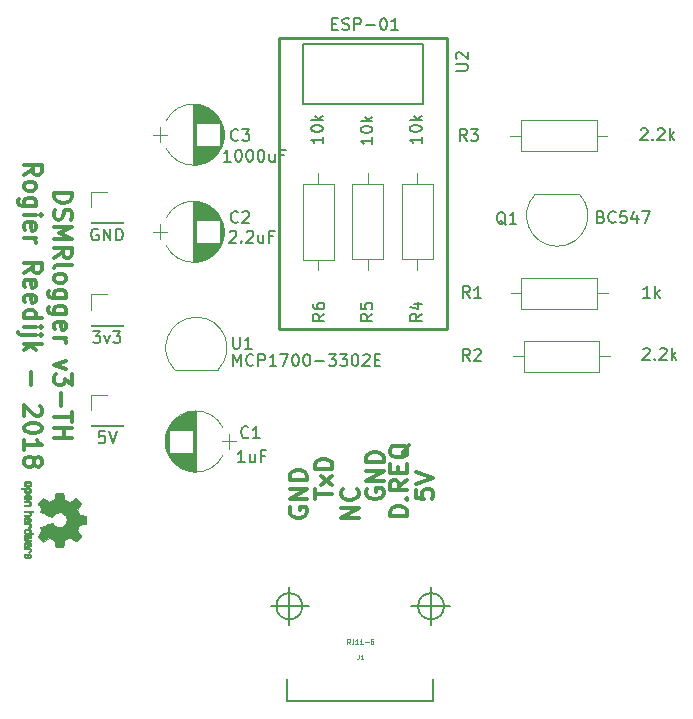
<source format=gbr>
G04 #@! TF.FileFunction,Legend,Top*
%FSLAX46Y46*%
G04 Gerber Fmt 4.6, Leading zero omitted, Abs format (unit mm)*
G04 Created by KiCad (PCBNEW 4.0.7) date 12/15/18 01:51:04*
%MOMM*%
%LPD*%
G01*
G04 APERTURE LIST*
%ADD10C,0.100000*%
%ADD11C,0.300000*%
%ADD12C,0.120000*%
%ADD13C,0.203200*%
%ADD14C,0.127000*%
%ADD15C,0.254000*%
%ADD16C,0.152400*%
%ADD17C,0.010000*%
%ADD18C,0.150000*%
%ADD19C,0.025400*%
G04 APERTURE END LIST*
D10*
D11*
X104355429Y-118969344D02*
X105855429Y-118969344D01*
X105855429Y-119326487D01*
X105784000Y-119540772D01*
X105641143Y-119683630D01*
X105498286Y-119755058D01*
X105212571Y-119826487D01*
X104998286Y-119826487D01*
X104712571Y-119755058D01*
X104569714Y-119683630D01*
X104426857Y-119540772D01*
X104355429Y-119326487D01*
X104355429Y-118969344D01*
X104426857Y-120397915D02*
X104355429Y-120612201D01*
X104355429Y-120969344D01*
X104426857Y-121112201D01*
X104498286Y-121183630D01*
X104641143Y-121255058D01*
X104784000Y-121255058D01*
X104926857Y-121183630D01*
X104998286Y-121112201D01*
X105069714Y-120969344D01*
X105141143Y-120683630D01*
X105212571Y-120540772D01*
X105284000Y-120469344D01*
X105426857Y-120397915D01*
X105569714Y-120397915D01*
X105712571Y-120469344D01*
X105784000Y-120540772D01*
X105855429Y-120683630D01*
X105855429Y-121040772D01*
X105784000Y-121255058D01*
X104355429Y-121897915D02*
X105855429Y-121897915D01*
X104784000Y-122397915D01*
X105855429Y-122897915D01*
X104355429Y-122897915D01*
X104355429Y-124469344D02*
X105069714Y-123969344D01*
X104355429Y-123612201D02*
X105855429Y-123612201D01*
X105855429Y-124183629D01*
X105784000Y-124326487D01*
X105712571Y-124397915D01*
X105569714Y-124469344D01*
X105355429Y-124469344D01*
X105212571Y-124397915D01*
X105141143Y-124326487D01*
X105069714Y-124183629D01*
X105069714Y-123612201D01*
X104355429Y-125326487D02*
X104426857Y-125183629D01*
X104569714Y-125112201D01*
X105855429Y-125112201D01*
X104355429Y-126112201D02*
X104426857Y-125969343D01*
X104498286Y-125897915D01*
X104641143Y-125826486D01*
X105069714Y-125826486D01*
X105212571Y-125897915D01*
X105284000Y-125969343D01*
X105355429Y-126112201D01*
X105355429Y-126326486D01*
X105284000Y-126469343D01*
X105212571Y-126540772D01*
X105069714Y-126612201D01*
X104641143Y-126612201D01*
X104498286Y-126540772D01*
X104426857Y-126469343D01*
X104355429Y-126326486D01*
X104355429Y-126112201D01*
X105355429Y-127897915D02*
X104141143Y-127897915D01*
X103998286Y-127826486D01*
X103926857Y-127755058D01*
X103855429Y-127612201D01*
X103855429Y-127397915D01*
X103926857Y-127255058D01*
X104426857Y-127897915D02*
X104355429Y-127755058D01*
X104355429Y-127469344D01*
X104426857Y-127326486D01*
X104498286Y-127255058D01*
X104641143Y-127183629D01*
X105069714Y-127183629D01*
X105212571Y-127255058D01*
X105284000Y-127326486D01*
X105355429Y-127469344D01*
X105355429Y-127755058D01*
X105284000Y-127897915D01*
X105355429Y-129255058D02*
X104141143Y-129255058D01*
X103998286Y-129183629D01*
X103926857Y-129112201D01*
X103855429Y-128969344D01*
X103855429Y-128755058D01*
X103926857Y-128612201D01*
X104426857Y-129255058D02*
X104355429Y-129112201D01*
X104355429Y-128826487D01*
X104426857Y-128683629D01*
X104498286Y-128612201D01*
X104641143Y-128540772D01*
X105069714Y-128540772D01*
X105212571Y-128612201D01*
X105284000Y-128683629D01*
X105355429Y-128826487D01*
X105355429Y-129112201D01*
X105284000Y-129255058D01*
X104426857Y-130540772D02*
X104355429Y-130397915D01*
X104355429Y-130112201D01*
X104426857Y-129969344D01*
X104569714Y-129897915D01*
X105141143Y-129897915D01*
X105284000Y-129969344D01*
X105355429Y-130112201D01*
X105355429Y-130397915D01*
X105284000Y-130540772D01*
X105141143Y-130612201D01*
X104998286Y-130612201D01*
X104855429Y-129897915D01*
X104355429Y-131255058D02*
X105355429Y-131255058D01*
X105069714Y-131255058D02*
X105212571Y-131326486D01*
X105284000Y-131397915D01*
X105355429Y-131540772D01*
X105355429Y-131683629D01*
X105355429Y-133183629D02*
X104355429Y-133540772D01*
X105355429Y-133897914D01*
X105855429Y-134326486D02*
X105855429Y-135255057D01*
X105284000Y-134755057D01*
X105284000Y-134969343D01*
X105212571Y-135112200D01*
X105141143Y-135183629D01*
X104998286Y-135255057D01*
X104641143Y-135255057D01*
X104498286Y-135183629D01*
X104426857Y-135112200D01*
X104355429Y-134969343D01*
X104355429Y-134540771D01*
X104426857Y-134397914D01*
X104498286Y-134326486D01*
X104926857Y-135897914D02*
X104926857Y-137040771D01*
X105855429Y-137540771D02*
X105855429Y-138397914D01*
X104355429Y-137969343D02*
X105855429Y-137969343D01*
X104355429Y-138897914D02*
X105855429Y-138897914D01*
X105141143Y-138897914D02*
X105141143Y-139755057D01*
X104355429Y-139755057D02*
X105855429Y-139755057D01*
X101805429Y-117469344D02*
X102519714Y-116969344D01*
X101805429Y-116612201D02*
X103305429Y-116612201D01*
X103305429Y-117183629D01*
X103234000Y-117326487D01*
X103162571Y-117397915D01*
X103019714Y-117469344D01*
X102805429Y-117469344D01*
X102662571Y-117397915D01*
X102591143Y-117326487D01*
X102519714Y-117183629D01*
X102519714Y-116612201D01*
X101805429Y-118326487D02*
X101876857Y-118183629D01*
X101948286Y-118112201D01*
X102091143Y-118040772D01*
X102519714Y-118040772D01*
X102662571Y-118112201D01*
X102734000Y-118183629D01*
X102805429Y-118326487D01*
X102805429Y-118540772D01*
X102734000Y-118683629D01*
X102662571Y-118755058D01*
X102519714Y-118826487D01*
X102091143Y-118826487D01*
X101948286Y-118755058D01*
X101876857Y-118683629D01*
X101805429Y-118540772D01*
X101805429Y-118326487D01*
X102805429Y-120112201D02*
X101591143Y-120112201D01*
X101448286Y-120040772D01*
X101376857Y-119969344D01*
X101305429Y-119826487D01*
X101305429Y-119612201D01*
X101376857Y-119469344D01*
X101876857Y-120112201D02*
X101805429Y-119969344D01*
X101805429Y-119683630D01*
X101876857Y-119540772D01*
X101948286Y-119469344D01*
X102091143Y-119397915D01*
X102519714Y-119397915D01*
X102662571Y-119469344D01*
X102734000Y-119540772D01*
X102805429Y-119683630D01*
X102805429Y-119969344D01*
X102734000Y-120112201D01*
X101805429Y-120826487D02*
X102805429Y-120826487D01*
X103305429Y-120826487D02*
X103234000Y-120755058D01*
X103162571Y-120826487D01*
X103234000Y-120897915D01*
X103305429Y-120826487D01*
X103162571Y-120826487D01*
X101876857Y-122112201D02*
X101805429Y-121969344D01*
X101805429Y-121683630D01*
X101876857Y-121540773D01*
X102019714Y-121469344D01*
X102591143Y-121469344D01*
X102734000Y-121540773D01*
X102805429Y-121683630D01*
X102805429Y-121969344D01*
X102734000Y-122112201D01*
X102591143Y-122183630D01*
X102448286Y-122183630D01*
X102305429Y-121469344D01*
X101805429Y-122826487D02*
X102805429Y-122826487D01*
X102519714Y-122826487D02*
X102662571Y-122897915D01*
X102734000Y-122969344D01*
X102805429Y-123112201D01*
X102805429Y-123255058D01*
X101805429Y-125755058D02*
X102519714Y-125255058D01*
X101805429Y-124897915D02*
X103305429Y-124897915D01*
X103305429Y-125469343D01*
X103234000Y-125612201D01*
X103162571Y-125683629D01*
X103019714Y-125755058D01*
X102805429Y-125755058D01*
X102662571Y-125683629D01*
X102591143Y-125612201D01*
X102519714Y-125469343D01*
X102519714Y-124897915D01*
X101876857Y-126969343D02*
X101805429Y-126826486D01*
X101805429Y-126540772D01*
X101876857Y-126397915D01*
X102019714Y-126326486D01*
X102591143Y-126326486D01*
X102734000Y-126397915D01*
X102805429Y-126540772D01*
X102805429Y-126826486D01*
X102734000Y-126969343D01*
X102591143Y-127040772D01*
X102448286Y-127040772D01*
X102305429Y-126326486D01*
X101876857Y-128255057D02*
X101805429Y-128112200D01*
X101805429Y-127826486D01*
X101876857Y-127683629D01*
X102019714Y-127612200D01*
X102591143Y-127612200D01*
X102734000Y-127683629D01*
X102805429Y-127826486D01*
X102805429Y-128112200D01*
X102734000Y-128255057D01*
X102591143Y-128326486D01*
X102448286Y-128326486D01*
X102305429Y-127612200D01*
X101805429Y-129612200D02*
X103305429Y-129612200D01*
X101876857Y-129612200D02*
X101805429Y-129469343D01*
X101805429Y-129183629D01*
X101876857Y-129040771D01*
X101948286Y-128969343D01*
X102091143Y-128897914D01*
X102519714Y-128897914D01*
X102662571Y-128969343D01*
X102734000Y-129040771D01*
X102805429Y-129183629D01*
X102805429Y-129469343D01*
X102734000Y-129612200D01*
X101805429Y-130326486D02*
X102805429Y-130326486D01*
X103305429Y-130326486D02*
X103234000Y-130255057D01*
X103162571Y-130326486D01*
X103234000Y-130397914D01*
X103305429Y-130326486D01*
X103162571Y-130326486D01*
X102805429Y-131040772D02*
X101519714Y-131040772D01*
X101376857Y-130969343D01*
X101305429Y-130826486D01*
X101305429Y-130755058D01*
X103305429Y-131040772D02*
X103234000Y-130969343D01*
X103162571Y-131040772D01*
X103234000Y-131112200D01*
X103305429Y-131040772D01*
X103162571Y-131040772D01*
X101805429Y-131755058D02*
X103305429Y-131755058D01*
X102376857Y-131897915D02*
X101805429Y-132326486D01*
X102805429Y-132326486D02*
X102234000Y-131755058D01*
X102376857Y-134112201D02*
X102376857Y-135255058D01*
X103162571Y-137040772D02*
X103234000Y-137112201D01*
X103305429Y-137255058D01*
X103305429Y-137612201D01*
X103234000Y-137755058D01*
X103162571Y-137826487D01*
X103019714Y-137897915D01*
X102876857Y-137897915D01*
X102662571Y-137826487D01*
X101805429Y-136969344D01*
X101805429Y-137897915D01*
X103305429Y-138826486D02*
X103305429Y-138969343D01*
X103234000Y-139112200D01*
X103162571Y-139183629D01*
X103019714Y-139255058D01*
X102734000Y-139326486D01*
X102376857Y-139326486D01*
X102091143Y-139255058D01*
X101948286Y-139183629D01*
X101876857Y-139112200D01*
X101805429Y-138969343D01*
X101805429Y-138826486D01*
X101876857Y-138683629D01*
X101948286Y-138612200D01*
X102091143Y-138540772D01*
X102376857Y-138469343D01*
X102734000Y-138469343D01*
X103019714Y-138540772D01*
X103162571Y-138612200D01*
X103234000Y-138683629D01*
X103305429Y-138826486D01*
X101805429Y-140755057D02*
X101805429Y-139897914D01*
X101805429Y-140326486D02*
X103305429Y-140326486D01*
X103091143Y-140183629D01*
X102948286Y-140040771D01*
X102876857Y-139897914D01*
X102662571Y-141612200D02*
X102734000Y-141469342D01*
X102805429Y-141397914D01*
X102948286Y-141326485D01*
X103019714Y-141326485D01*
X103162571Y-141397914D01*
X103234000Y-141469342D01*
X103305429Y-141612200D01*
X103305429Y-141897914D01*
X103234000Y-142040771D01*
X103162571Y-142112200D01*
X103019714Y-142183628D01*
X102948286Y-142183628D01*
X102805429Y-142112200D01*
X102734000Y-142040771D01*
X102662571Y-141897914D01*
X102662571Y-141612200D01*
X102591143Y-141469342D01*
X102519714Y-141397914D01*
X102376857Y-141326485D01*
X102091143Y-141326485D01*
X101948286Y-141397914D01*
X101876857Y-141469342D01*
X101805429Y-141612200D01*
X101805429Y-141897914D01*
X101876857Y-142040771D01*
X101948286Y-142112200D01*
X102091143Y-142183628D01*
X102376857Y-142183628D01*
X102519714Y-142112200D01*
X102591143Y-142040771D01*
X102662571Y-141897914D01*
X134257171Y-146372686D02*
X132757171Y-146372686D01*
X132757171Y-146015543D01*
X132828600Y-145801258D01*
X132971457Y-145658400D01*
X133114314Y-145586972D01*
X133400029Y-145515543D01*
X133614314Y-145515543D01*
X133900029Y-145586972D01*
X134042886Y-145658400D01*
X134185743Y-145801258D01*
X134257171Y-146015543D01*
X134257171Y-146372686D01*
X134114314Y-144872686D02*
X134185743Y-144801258D01*
X134257171Y-144872686D01*
X134185743Y-144944115D01*
X134114314Y-144872686D01*
X134257171Y-144872686D01*
X134257171Y-143301257D02*
X133542886Y-143801257D01*
X134257171Y-144158400D02*
X132757171Y-144158400D01*
X132757171Y-143586972D01*
X132828600Y-143444114D01*
X132900029Y-143372686D01*
X133042886Y-143301257D01*
X133257171Y-143301257D01*
X133400029Y-143372686D01*
X133471457Y-143444114D01*
X133542886Y-143586972D01*
X133542886Y-144158400D01*
X133471457Y-142658400D02*
X133471457Y-142158400D01*
X134257171Y-141944114D02*
X134257171Y-142658400D01*
X132757171Y-142658400D01*
X132757171Y-141944114D01*
X134400029Y-140301257D02*
X134328600Y-140444114D01*
X134185743Y-140586971D01*
X133971457Y-140801257D01*
X133900029Y-140944114D01*
X133900029Y-141086971D01*
X134257171Y-141015543D02*
X134185743Y-141158400D01*
X134042886Y-141301257D01*
X133757171Y-141372686D01*
X133257171Y-141372686D01*
X132971457Y-141301257D01*
X132828600Y-141158400D01*
X132757171Y-141015543D01*
X132757171Y-140729829D01*
X132828600Y-140586971D01*
X132971457Y-140444114D01*
X133257171Y-140372686D01*
X133757171Y-140372686D01*
X134042886Y-140444114D01*
X134185743Y-140586971D01*
X134257171Y-140729829D01*
X134257171Y-141015543D01*
X134941571Y-144125913D02*
X134941571Y-144840199D01*
X135655857Y-144911628D01*
X135584429Y-144840199D01*
X135513000Y-144697342D01*
X135513000Y-144340199D01*
X135584429Y-144197342D01*
X135655857Y-144125913D01*
X135798714Y-144054485D01*
X136155857Y-144054485D01*
X136298714Y-144125913D01*
X136370143Y-144197342D01*
X136441571Y-144340199D01*
X136441571Y-144697342D01*
X136370143Y-144840199D01*
X136298714Y-144911628D01*
X134941571Y-143625914D02*
X136441571Y-143125914D01*
X134941571Y-142625914D01*
X130822000Y-144068657D02*
X130750571Y-144211514D01*
X130750571Y-144425800D01*
X130822000Y-144640085D01*
X130964857Y-144782943D01*
X131107714Y-144854371D01*
X131393429Y-144925800D01*
X131607714Y-144925800D01*
X131893429Y-144854371D01*
X132036286Y-144782943D01*
X132179143Y-144640085D01*
X132250571Y-144425800D01*
X132250571Y-144282943D01*
X132179143Y-144068657D01*
X132107714Y-143997228D01*
X131607714Y-143997228D01*
X131607714Y-144282943D01*
X132250571Y-143354371D02*
X130750571Y-143354371D01*
X132250571Y-142497228D01*
X130750571Y-142497228D01*
X132250571Y-141782942D02*
X130750571Y-141782942D01*
X130750571Y-141425799D01*
X130822000Y-141211514D01*
X130964857Y-141068656D01*
X131107714Y-140997228D01*
X131393429Y-140925799D01*
X131607714Y-140925799D01*
X131893429Y-140997228D01*
X132036286Y-141068656D01*
X132179143Y-141211514D01*
X132250571Y-141425799D01*
X132250571Y-141782942D01*
X130116971Y-146491971D02*
X128616971Y-146491971D01*
X130116971Y-145634828D01*
X128616971Y-145634828D01*
X129974114Y-144063399D02*
X130045543Y-144134828D01*
X130116971Y-144349114D01*
X130116971Y-144491971D01*
X130045543Y-144706256D01*
X129902686Y-144849114D01*
X129759829Y-144920542D01*
X129474114Y-144991971D01*
X129259829Y-144991971D01*
X128974114Y-144920542D01*
X128831257Y-144849114D01*
X128688400Y-144706256D01*
X128616971Y-144491971D01*
X128616971Y-144349114D01*
X128688400Y-144134828D01*
X128759829Y-144063399D01*
X126407171Y-144940114D02*
X126407171Y-144082971D01*
X127907171Y-144511542D02*
X126407171Y-144511542D01*
X127907171Y-143725828D02*
X126907171Y-142940114D01*
X126907171Y-143725828D02*
X127907171Y-142940114D01*
X127907171Y-142368685D02*
X126407171Y-142368685D01*
X126407171Y-142011542D01*
X126478600Y-141797257D01*
X126621457Y-141654399D01*
X126764314Y-141582971D01*
X127050029Y-141511542D01*
X127264314Y-141511542D01*
X127550029Y-141582971D01*
X127692886Y-141654399D01*
X127835743Y-141797257D01*
X127907171Y-142011542D01*
X127907171Y-142368685D01*
X124345000Y-145618057D02*
X124273571Y-145760914D01*
X124273571Y-145975200D01*
X124345000Y-146189485D01*
X124487857Y-146332343D01*
X124630714Y-146403771D01*
X124916429Y-146475200D01*
X125130714Y-146475200D01*
X125416429Y-146403771D01*
X125559286Y-146332343D01*
X125702143Y-146189485D01*
X125773571Y-145975200D01*
X125773571Y-145832343D01*
X125702143Y-145618057D01*
X125630714Y-145546628D01*
X125130714Y-145546628D01*
X125130714Y-145832343D01*
X125773571Y-144903771D02*
X124273571Y-144903771D01*
X125773571Y-144046628D01*
X124273571Y-144046628D01*
X125773571Y-143332342D02*
X124273571Y-143332342D01*
X124273571Y-142975199D01*
X124345000Y-142760914D01*
X124487857Y-142618056D01*
X124630714Y-142546628D01*
X124916429Y-142475199D01*
X125130714Y-142475199D01*
X125416429Y-142546628D01*
X125559286Y-142618056D01*
X125702143Y-142760914D01*
X125773571Y-142975199D01*
X125773571Y-143332342D01*
D12*
X114020878Y-141209923D02*
G75*
G03X118632180Y-141210200I2305722J1179723D01*
G01*
X114020878Y-138850477D02*
G75*
G02X118632180Y-138850200I2305722J-1179723D01*
G01*
X114020878Y-138850477D02*
G75*
G03X114021020Y-141210200I2305722J-1179723D01*
G01*
X116326600Y-142580200D02*
X116326600Y-137480200D01*
X116286600Y-142580200D02*
X116286600Y-137480200D01*
X116246600Y-142579200D02*
X116246600Y-137481200D01*
X116206600Y-142578200D02*
X116206600Y-137482200D01*
X116166600Y-142576200D02*
X116166600Y-137484200D01*
X116126600Y-142573200D02*
X116126600Y-137487200D01*
X116086600Y-142569200D02*
X116086600Y-137491200D01*
X116046600Y-142565200D02*
X116046600Y-141010200D01*
X116046600Y-139050200D02*
X116046600Y-137495200D01*
X116006600Y-142561200D02*
X116006600Y-141010200D01*
X116006600Y-139050200D02*
X116006600Y-137499200D01*
X115966600Y-142555200D02*
X115966600Y-141010200D01*
X115966600Y-139050200D02*
X115966600Y-137505200D01*
X115926600Y-142549200D02*
X115926600Y-141010200D01*
X115926600Y-139050200D02*
X115926600Y-137511200D01*
X115886600Y-142543200D02*
X115886600Y-141010200D01*
X115886600Y-139050200D02*
X115886600Y-137517200D01*
X115846600Y-142536200D02*
X115846600Y-141010200D01*
X115846600Y-139050200D02*
X115846600Y-137524200D01*
X115806600Y-142528200D02*
X115806600Y-141010200D01*
X115806600Y-139050200D02*
X115806600Y-137532200D01*
X115766600Y-142519200D02*
X115766600Y-141010200D01*
X115766600Y-139050200D02*
X115766600Y-137541200D01*
X115726600Y-142510200D02*
X115726600Y-141010200D01*
X115726600Y-139050200D02*
X115726600Y-137550200D01*
X115686600Y-142500200D02*
X115686600Y-141010200D01*
X115686600Y-139050200D02*
X115686600Y-137560200D01*
X115646600Y-142490200D02*
X115646600Y-141010200D01*
X115646600Y-139050200D02*
X115646600Y-137570200D01*
X115605600Y-142478200D02*
X115605600Y-141010200D01*
X115605600Y-139050200D02*
X115605600Y-137582200D01*
X115565600Y-142466200D02*
X115565600Y-141010200D01*
X115565600Y-139050200D02*
X115565600Y-137594200D01*
X115525600Y-142454200D02*
X115525600Y-141010200D01*
X115525600Y-139050200D02*
X115525600Y-137606200D01*
X115485600Y-142440200D02*
X115485600Y-141010200D01*
X115485600Y-139050200D02*
X115485600Y-137620200D01*
X115445600Y-142426200D02*
X115445600Y-141010200D01*
X115445600Y-139050200D02*
X115445600Y-137634200D01*
X115405600Y-142412200D02*
X115405600Y-141010200D01*
X115405600Y-139050200D02*
X115405600Y-137648200D01*
X115365600Y-142396200D02*
X115365600Y-141010200D01*
X115365600Y-139050200D02*
X115365600Y-137664200D01*
X115325600Y-142380200D02*
X115325600Y-141010200D01*
X115325600Y-139050200D02*
X115325600Y-137680200D01*
X115285600Y-142363200D02*
X115285600Y-141010200D01*
X115285600Y-139050200D02*
X115285600Y-137697200D01*
X115245600Y-142345200D02*
X115245600Y-141010200D01*
X115245600Y-139050200D02*
X115245600Y-137715200D01*
X115205600Y-142326200D02*
X115205600Y-141010200D01*
X115205600Y-139050200D02*
X115205600Y-137734200D01*
X115165600Y-142306200D02*
X115165600Y-141010200D01*
X115165600Y-139050200D02*
X115165600Y-137754200D01*
X115125600Y-142286200D02*
X115125600Y-141010200D01*
X115125600Y-139050200D02*
X115125600Y-137774200D01*
X115085600Y-142264200D02*
X115085600Y-141010200D01*
X115085600Y-139050200D02*
X115085600Y-137796200D01*
X115045600Y-142242200D02*
X115045600Y-141010200D01*
X115045600Y-139050200D02*
X115045600Y-137818200D01*
X115005600Y-142219200D02*
X115005600Y-141010200D01*
X115005600Y-139050200D02*
X115005600Y-137841200D01*
X114965600Y-142195200D02*
X114965600Y-141010200D01*
X114965600Y-139050200D02*
X114965600Y-137865200D01*
X114925600Y-142170200D02*
X114925600Y-141010200D01*
X114925600Y-139050200D02*
X114925600Y-137890200D01*
X114885600Y-142143200D02*
X114885600Y-141010200D01*
X114885600Y-139050200D02*
X114885600Y-137917200D01*
X114845600Y-142116200D02*
X114845600Y-141010200D01*
X114845600Y-139050200D02*
X114845600Y-137944200D01*
X114805600Y-142088200D02*
X114805600Y-141010200D01*
X114805600Y-139050200D02*
X114805600Y-137972200D01*
X114765600Y-142058200D02*
X114765600Y-141010200D01*
X114765600Y-139050200D02*
X114765600Y-138002200D01*
X114725600Y-142027200D02*
X114725600Y-141010200D01*
X114725600Y-139050200D02*
X114725600Y-138033200D01*
X114685600Y-141995200D02*
X114685600Y-141010200D01*
X114685600Y-139050200D02*
X114685600Y-138065200D01*
X114645600Y-141962200D02*
X114645600Y-141010200D01*
X114645600Y-139050200D02*
X114645600Y-138098200D01*
X114605600Y-141927200D02*
X114605600Y-141010200D01*
X114605600Y-139050200D02*
X114605600Y-138133200D01*
X114565600Y-141891200D02*
X114565600Y-141010200D01*
X114565600Y-139050200D02*
X114565600Y-138169200D01*
X114525600Y-141853200D02*
X114525600Y-141010200D01*
X114525600Y-139050200D02*
X114525600Y-138207200D01*
X114485600Y-141813200D02*
X114485600Y-141010200D01*
X114485600Y-139050200D02*
X114485600Y-138247200D01*
X114445600Y-141772200D02*
X114445600Y-141010200D01*
X114445600Y-139050200D02*
X114445600Y-138288200D01*
X114405600Y-141729200D02*
X114405600Y-141010200D01*
X114405600Y-139050200D02*
X114405600Y-138331200D01*
X114365600Y-141684200D02*
X114365600Y-141010200D01*
X114365600Y-139050200D02*
X114365600Y-138376200D01*
X114325600Y-141636200D02*
X114325600Y-141010200D01*
X114325600Y-139050200D02*
X114325600Y-138424200D01*
X114285600Y-141586200D02*
X114285600Y-141010200D01*
X114285600Y-139050200D02*
X114285600Y-138474200D01*
X114245600Y-141534200D02*
X114245600Y-141010200D01*
X114245600Y-139050200D02*
X114245600Y-138526200D01*
X114205600Y-141478200D02*
X114205600Y-141010200D01*
X114205600Y-139050200D02*
X114205600Y-138582200D01*
X114165600Y-141420200D02*
X114165600Y-141010200D01*
X114165600Y-139050200D02*
X114165600Y-138640200D01*
X114125600Y-141357200D02*
X114125600Y-141010200D01*
X114125600Y-139050200D02*
X114125600Y-138703200D01*
X114085600Y-141291200D02*
X114085600Y-138769200D01*
X114045600Y-141219200D02*
X114045600Y-138841200D01*
X114005600Y-141142200D02*
X114005600Y-138918200D01*
X113965600Y-141058200D02*
X113965600Y-139002200D01*
X113925600Y-140964200D02*
X113925600Y-139096200D01*
X113885600Y-140859200D02*
X113885600Y-139201200D01*
X113845600Y-140737200D02*
X113845600Y-139323200D01*
X113805600Y-140589200D02*
X113805600Y-139471200D01*
X113765600Y-140384200D02*
X113765600Y-139676200D01*
X119776600Y-140030200D02*
X118576600Y-140030200D01*
X119176600Y-140680200D02*
X119176600Y-139380200D01*
X118439922Y-121095877D02*
G75*
G03X113828620Y-121095600I-2305722J-1179723D01*
G01*
X118439922Y-123455323D02*
G75*
G02X113828620Y-123455600I-2305722J1179723D01*
G01*
X118439922Y-123455323D02*
G75*
G03X118439780Y-121095600I-2305722J1179723D01*
G01*
X116134200Y-119725600D02*
X116134200Y-124825600D01*
X116174200Y-119725600D02*
X116174200Y-124825600D01*
X116214200Y-119726600D02*
X116214200Y-124824600D01*
X116254200Y-119727600D02*
X116254200Y-124823600D01*
X116294200Y-119729600D02*
X116294200Y-124821600D01*
X116334200Y-119732600D02*
X116334200Y-124818600D01*
X116374200Y-119736600D02*
X116374200Y-124814600D01*
X116414200Y-119740600D02*
X116414200Y-121295600D01*
X116414200Y-123255600D02*
X116414200Y-124810600D01*
X116454200Y-119744600D02*
X116454200Y-121295600D01*
X116454200Y-123255600D02*
X116454200Y-124806600D01*
X116494200Y-119750600D02*
X116494200Y-121295600D01*
X116494200Y-123255600D02*
X116494200Y-124800600D01*
X116534200Y-119756600D02*
X116534200Y-121295600D01*
X116534200Y-123255600D02*
X116534200Y-124794600D01*
X116574200Y-119762600D02*
X116574200Y-121295600D01*
X116574200Y-123255600D02*
X116574200Y-124788600D01*
X116614200Y-119769600D02*
X116614200Y-121295600D01*
X116614200Y-123255600D02*
X116614200Y-124781600D01*
X116654200Y-119777600D02*
X116654200Y-121295600D01*
X116654200Y-123255600D02*
X116654200Y-124773600D01*
X116694200Y-119786600D02*
X116694200Y-121295600D01*
X116694200Y-123255600D02*
X116694200Y-124764600D01*
X116734200Y-119795600D02*
X116734200Y-121295600D01*
X116734200Y-123255600D02*
X116734200Y-124755600D01*
X116774200Y-119805600D02*
X116774200Y-121295600D01*
X116774200Y-123255600D02*
X116774200Y-124745600D01*
X116814200Y-119815600D02*
X116814200Y-121295600D01*
X116814200Y-123255600D02*
X116814200Y-124735600D01*
X116855200Y-119827600D02*
X116855200Y-121295600D01*
X116855200Y-123255600D02*
X116855200Y-124723600D01*
X116895200Y-119839600D02*
X116895200Y-121295600D01*
X116895200Y-123255600D02*
X116895200Y-124711600D01*
X116935200Y-119851600D02*
X116935200Y-121295600D01*
X116935200Y-123255600D02*
X116935200Y-124699600D01*
X116975200Y-119865600D02*
X116975200Y-121295600D01*
X116975200Y-123255600D02*
X116975200Y-124685600D01*
X117015200Y-119879600D02*
X117015200Y-121295600D01*
X117015200Y-123255600D02*
X117015200Y-124671600D01*
X117055200Y-119893600D02*
X117055200Y-121295600D01*
X117055200Y-123255600D02*
X117055200Y-124657600D01*
X117095200Y-119909600D02*
X117095200Y-121295600D01*
X117095200Y-123255600D02*
X117095200Y-124641600D01*
X117135200Y-119925600D02*
X117135200Y-121295600D01*
X117135200Y-123255600D02*
X117135200Y-124625600D01*
X117175200Y-119942600D02*
X117175200Y-121295600D01*
X117175200Y-123255600D02*
X117175200Y-124608600D01*
X117215200Y-119960600D02*
X117215200Y-121295600D01*
X117215200Y-123255600D02*
X117215200Y-124590600D01*
X117255200Y-119979600D02*
X117255200Y-121295600D01*
X117255200Y-123255600D02*
X117255200Y-124571600D01*
X117295200Y-119999600D02*
X117295200Y-121295600D01*
X117295200Y-123255600D02*
X117295200Y-124551600D01*
X117335200Y-120019600D02*
X117335200Y-121295600D01*
X117335200Y-123255600D02*
X117335200Y-124531600D01*
X117375200Y-120041600D02*
X117375200Y-121295600D01*
X117375200Y-123255600D02*
X117375200Y-124509600D01*
X117415200Y-120063600D02*
X117415200Y-121295600D01*
X117415200Y-123255600D02*
X117415200Y-124487600D01*
X117455200Y-120086600D02*
X117455200Y-121295600D01*
X117455200Y-123255600D02*
X117455200Y-124464600D01*
X117495200Y-120110600D02*
X117495200Y-121295600D01*
X117495200Y-123255600D02*
X117495200Y-124440600D01*
X117535200Y-120135600D02*
X117535200Y-121295600D01*
X117535200Y-123255600D02*
X117535200Y-124415600D01*
X117575200Y-120162600D02*
X117575200Y-121295600D01*
X117575200Y-123255600D02*
X117575200Y-124388600D01*
X117615200Y-120189600D02*
X117615200Y-121295600D01*
X117615200Y-123255600D02*
X117615200Y-124361600D01*
X117655200Y-120217600D02*
X117655200Y-121295600D01*
X117655200Y-123255600D02*
X117655200Y-124333600D01*
X117695200Y-120247600D02*
X117695200Y-121295600D01*
X117695200Y-123255600D02*
X117695200Y-124303600D01*
X117735200Y-120278600D02*
X117735200Y-121295600D01*
X117735200Y-123255600D02*
X117735200Y-124272600D01*
X117775200Y-120310600D02*
X117775200Y-121295600D01*
X117775200Y-123255600D02*
X117775200Y-124240600D01*
X117815200Y-120343600D02*
X117815200Y-121295600D01*
X117815200Y-123255600D02*
X117815200Y-124207600D01*
X117855200Y-120378600D02*
X117855200Y-121295600D01*
X117855200Y-123255600D02*
X117855200Y-124172600D01*
X117895200Y-120414600D02*
X117895200Y-121295600D01*
X117895200Y-123255600D02*
X117895200Y-124136600D01*
X117935200Y-120452600D02*
X117935200Y-121295600D01*
X117935200Y-123255600D02*
X117935200Y-124098600D01*
X117975200Y-120492600D02*
X117975200Y-121295600D01*
X117975200Y-123255600D02*
X117975200Y-124058600D01*
X118015200Y-120533600D02*
X118015200Y-121295600D01*
X118015200Y-123255600D02*
X118015200Y-124017600D01*
X118055200Y-120576600D02*
X118055200Y-121295600D01*
X118055200Y-123255600D02*
X118055200Y-123974600D01*
X118095200Y-120621600D02*
X118095200Y-121295600D01*
X118095200Y-123255600D02*
X118095200Y-123929600D01*
X118135200Y-120669600D02*
X118135200Y-121295600D01*
X118135200Y-123255600D02*
X118135200Y-123881600D01*
X118175200Y-120719600D02*
X118175200Y-121295600D01*
X118175200Y-123255600D02*
X118175200Y-123831600D01*
X118215200Y-120771600D02*
X118215200Y-121295600D01*
X118215200Y-123255600D02*
X118215200Y-123779600D01*
X118255200Y-120827600D02*
X118255200Y-121295600D01*
X118255200Y-123255600D02*
X118255200Y-123723600D01*
X118295200Y-120885600D02*
X118295200Y-121295600D01*
X118295200Y-123255600D02*
X118295200Y-123665600D01*
X118335200Y-120948600D02*
X118335200Y-121295600D01*
X118335200Y-123255600D02*
X118335200Y-123602600D01*
X118375200Y-121014600D02*
X118375200Y-123536600D01*
X118415200Y-121086600D02*
X118415200Y-123464600D01*
X118455200Y-121163600D02*
X118455200Y-123387600D01*
X118495200Y-121247600D02*
X118495200Y-123303600D01*
X118535200Y-121341600D02*
X118535200Y-123209600D01*
X118575200Y-121446600D02*
X118575200Y-123104600D01*
X118615200Y-121568600D02*
X118615200Y-122982600D01*
X118655200Y-121716600D02*
X118655200Y-122834600D01*
X118695200Y-121921600D02*
X118695200Y-122629600D01*
X112684200Y-122275600D02*
X113884200Y-122275600D01*
X113284200Y-121625600D02*
X113284200Y-122925600D01*
X118439922Y-112866277D02*
G75*
G03X113828620Y-112866000I-2305722J-1179723D01*
G01*
X118439922Y-115225723D02*
G75*
G02X113828620Y-115226000I-2305722J1179723D01*
G01*
X118439922Y-115225723D02*
G75*
G03X118439780Y-112866000I-2305722J1179723D01*
G01*
X116134200Y-111496000D02*
X116134200Y-116596000D01*
X116174200Y-111496000D02*
X116174200Y-116596000D01*
X116214200Y-111497000D02*
X116214200Y-116595000D01*
X116254200Y-111498000D02*
X116254200Y-116594000D01*
X116294200Y-111500000D02*
X116294200Y-116592000D01*
X116334200Y-111503000D02*
X116334200Y-116589000D01*
X116374200Y-111507000D02*
X116374200Y-116585000D01*
X116414200Y-111511000D02*
X116414200Y-113066000D01*
X116414200Y-115026000D02*
X116414200Y-116581000D01*
X116454200Y-111515000D02*
X116454200Y-113066000D01*
X116454200Y-115026000D02*
X116454200Y-116577000D01*
X116494200Y-111521000D02*
X116494200Y-113066000D01*
X116494200Y-115026000D02*
X116494200Y-116571000D01*
X116534200Y-111527000D02*
X116534200Y-113066000D01*
X116534200Y-115026000D02*
X116534200Y-116565000D01*
X116574200Y-111533000D02*
X116574200Y-113066000D01*
X116574200Y-115026000D02*
X116574200Y-116559000D01*
X116614200Y-111540000D02*
X116614200Y-113066000D01*
X116614200Y-115026000D02*
X116614200Y-116552000D01*
X116654200Y-111548000D02*
X116654200Y-113066000D01*
X116654200Y-115026000D02*
X116654200Y-116544000D01*
X116694200Y-111557000D02*
X116694200Y-113066000D01*
X116694200Y-115026000D02*
X116694200Y-116535000D01*
X116734200Y-111566000D02*
X116734200Y-113066000D01*
X116734200Y-115026000D02*
X116734200Y-116526000D01*
X116774200Y-111576000D02*
X116774200Y-113066000D01*
X116774200Y-115026000D02*
X116774200Y-116516000D01*
X116814200Y-111586000D02*
X116814200Y-113066000D01*
X116814200Y-115026000D02*
X116814200Y-116506000D01*
X116855200Y-111598000D02*
X116855200Y-113066000D01*
X116855200Y-115026000D02*
X116855200Y-116494000D01*
X116895200Y-111610000D02*
X116895200Y-113066000D01*
X116895200Y-115026000D02*
X116895200Y-116482000D01*
X116935200Y-111622000D02*
X116935200Y-113066000D01*
X116935200Y-115026000D02*
X116935200Y-116470000D01*
X116975200Y-111636000D02*
X116975200Y-113066000D01*
X116975200Y-115026000D02*
X116975200Y-116456000D01*
X117015200Y-111650000D02*
X117015200Y-113066000D01*
X117015200Y-115026000D02*
X117015200Y-116442000D01*
X117055200Y-111664000D02*
X117055200Y-113066000D01*
X117055200Y-115026000D02*
X117055200Y-116428000D01*
X117095200Y-111680000D02*
X117095200Y-113066000D01*
X117095200Y-115026000D02*
X117095200Y-116412000D01*
X117135200Y-111696000D02*
X117135200Y-113066000D01*
X117135200Y-115026000D02*
X117135200Y-116396000D01*
X117175200Y-111713000D02*
X117175200Y-113066000D01*
X117175200Y-115026000D02*
X117175200Y-116379000D01*
X117215200Y-111731000D02*
X117215200Y-113066000D01*
X117215200Y-115026000D02*
X117215200Y-116361000D01*
X117255200Y-111750000D02*
X117255200Y-113066000D01*
X117255200Y-115026000D02*
X117255200Y-116342000D01*
X117295200Y-111770000D02*
X117295200Y-113066000D01*
X117295200Y-115026000D02*
X117295200Y-116322000D01*
X117335200Y-111790000D02*
X117335200Y-113066000D01*
X117335200Y-115026000D02*
X117335200Y-116302000D01*
X117375200Y-111812000D02*
X117375200Y-113066000D01*
X117375200Y-115026000D02*
X117375200Y-116280000D01*
X117415200Y-111834000D02*
X117415200Y-113066000D01*
X117415200Y-115026000D02*
X117415200Y-116258000D01*
X117455200Y-111857000D02*
X117455200Y-113066000D01*
X117455200Y-115026000D02*
X117455200Y-116235000D01*
X117495200Y-111881000D02*
X117495200Y-113066000D01*
X117495200Y-115026000D02*
X117495200Y-116211000D01*
X117535200Y-111906000D02*
X117535200Y-113066000D01*
X117535200Y-115026000D02*
X117535200Y-116186000D01*
X117575200Y-111933000D02*
X117575200Y-113066000D01*
X117575200Y-115026000D02*
X117575200Y-116159000D01*
X117615200Y-111960000D02*
X117615200Y-113066000D01*
X117615200Y-115026000D02*
X117615200Y-116132000D01*
X117655200Y-111988000D02*
X117655200Y-113066000D01*
X117655200Y-115026000D02*
X117655200Y-116104000D01*
X117695200Y-112018000D02*
X117695200Y-113066000D01*
X117695200Y-115026000D02*
X117695200Y-116074000D01*
X117735200Y-112049000D02*
X117735200Y-113066000D01*
X117735200Y-115026000D02*
X117735200Y-116043000D01*
X117775200Y-112081000D02*
X117775200Y-113066000D01*
X117775200Y-115026000D02*
X117775200Y-116011000D01*
X117815200Y-112114000D02*
X117815200Y-113066000D01*
X117815200Y-115026000D02*
X117815200Y-115978000D01*
X117855200Y-112149000D02*
X117855200Y-113066000D01*
X117855200Y-115026000D02*
X117855200Y-115943000D01*
X117895200Y-112185000D02*
X117895200Y-113066000D01*
X117895200Y-115026000D02*
X117895200Y-115907000D01*
X117935200Y-112223000D02*
X117935200Y-113066000D01*
X117935200Y-115026000D02*
X117935200Y-115869000D01*
X117975200Y-112263000D02*
X117975200Y-113066000D01*
X117975200Y-115026000D02*
X117975200Y-115829000D01*
X118015200Y-112304000D02*
X118015200Y-113066000D01*
X118015200Y-115026000D02*
X118015200Y-115788000D01*
X118055200Y-112347000D02*
X118055200Y-113066000D01*
X118055200Y-115026000D02*
X118055200Y-115745000D01*
X118095200Y-112392000D02*
X118095200Y-113066000D01*
X118095200Y-115026000D02*
X118095200Y-115700000D01*
X118135200Y-112440000D02*
X118135200Y-113066000D01*
X118135200Y-115026000D02*
X118135200Y-115652000D01*
X118175200Y-112490000D02*
X118175200Y-113066000D01*
X118175200Y-115026000D02*
X118175200Y-115602000D01*
X118215200Y-112542000D02*
X118215200Y-113066000D01*
X118215200Y-115026000D02*
X118215200Y-115550000D01*
X118255200Y-112598000D02*
X118255200Y-113066000D01*
X118255200Y-115026000D02*
X118255200Y-115494000D01*
X118295200Y-112656000D02*
X118295200Y-113066000D01*
X118295200Y-115026000D02*
X118295200Y-115436000D01*
X118335200Y-112719000D02*
X118335200Y-113066000D01*
X118335200Y-115026000D02*
X118335200Y-115373000D01*
X118375200Y-112785000D02*
X118375200Y-115307000D01*
X118415200Y-112857000D02*
X118415200Y-115235000D01*
X118455200Y-112934000D02*
X118455200Y-115158000D01*
X118495200Y-113018000D02*
X118495200Y-115074000D01*
X118535200Y-113112000D02*
X118535200Y-114980000D01*
X118575200Y-113217000D02*
X118575200Y-114875000D01*
X118615200Y-113339000D02*
X118615200Y-114753000D01*
X118655200Y-113487000D02*
X118655200Y-114605000D01*
X118695200Y-113692000D02*
X118695200Y-114400000D01*
X112684200Y-114046000D02*
X113884200Y-114046000D01*
X113284200Y-113396000D02*
X113284200Y-114696000D01*
D13*
X136451200Y-160174800D02*
X136451200Y-161974800D01*
X136451200Y-161974800D02*
X124051200Y-161974800D01*
X124051200Y-161974800D02*
X124051200Y-160174800D01*
D14*
X137356411Y-153974800D02*
G75*
G03X137356411Y-153974800I-1105211J0D01*
G01*
X137845800Y-153974800D02*
X134594600Y-153974800D01*
X136251200Y-152349200D02*
X136251200Y-155600400D01*
X125356411Y-153974800D02*
G75*
G03X125356411Y-153974800I-1105211J0D01*
G01*
X125933200Y-154000200D02*
X122682000Y-154000200D01*
X124251200Y-152349200D02*
X124251200Y-155600400D01*
D12*
X107483600Y-130235000D02*
X110143600Y-130235000D01*
X107483600Y-130175000D02*
X107483600Y-130235000D01*
X110143600Y-130175000D02*
X110143600Y-130235000D01*
X107483600Y-130175000D02*
X110143600Y-130175000D01*
X107483600Y-128905000D02*
X107483600Y-127575000D01*
X107483600Y-127575000D02*
X108813600Y-127575000D01*
X107483600Y-138718600D02*
X110143600Y-138718600D01*
X107483600Y-138658600D02*
X107483600Y-138718600D01*
X110143600Y-138658600D02*
X110143600Y-138718600D01*
X107483600Y-138658600D02*
X110143600Y-138658600D01*
X107483600Y-137388600D02*
X107483600Y-136058600D01*
X107483600Y-136058600D02*
X108813600Y-136058600D01*
X107483600Y-121548200D02*
X110143600Y-121548200D01*
X107483600Y-121488200D02*
X107483600Y-121548200D01*
X110143600Y-121488200D02*
X110143600Y-121548200D01*
X107483600Y-121488200D02*
X110143600Y-121488200D01*
X107483600Y-120218200D02*
X107483600Y-118888200D01*
X107483600Y-118888200D02*
X108813600Y-118888200D01*
X148739000Y-119054000D02*
X145139000Y-119054000D01*
X148777478Y-119065522D02*
G75*
G02X146939000Y-123504000I-1838478J-1838478D01*
G01*
X145100522Y-119065522D02*
G75*
G03X146939000Y-123504000I1838478J-1838478D01*
G01*
X114582800Y-133955400D02*
X118182800Y-133955400D01*
X114544322Y-133943878D02*
G75*
G02X116382800Y-129505400I1838478J1838478D01*
G01*
X118221278Y-133943878D02*
G75*
G03X116382800Y-129505400I-1838478J1838478D01*
G01*
D15*
X137617200Y-105841800D02*
X137617200Y-130479800D01*
X137617200Y-130479800D02*
X123393200Y-130479800D01*
X123393200Y-130479800D02*
X123393200Y-105841800D01*
X123393200Y-105841800D02*
X137617200Y-105841800D01*
D16*
X135585200Y-108889800D02*
X135585200Y-106349800D01*
X135585200Y-106349800D02*
X133045200Y-106349800D01*
X133045200Y-106349800D02*
X125425200Y-106349800D01*
X125425200Y-106349800D02*
X125425200Y-111429800D01*
X125425200Y-111429800D02*
X135585200Y-111429800D01*
X135585200Y-111429800D02*
X135585200Y-108889800D01*
D12*
X133792600Y-124622000D02*
X136412600Y-124622000D01*
X136412600Y-124622000D02*
X136412600Y-118202000D01*
X136412600Y-118202000D02*
X133792600Y-118202000D01*
X133792600Y-118202000D02*
X133792600Y-124622000D01*
X135102600Y-125512000D02*
X135102600Y-124622000D01*
X135102600Y-117312000D02*
X135102600Y-118202000D01*
X129601600Y-124622000D02*
X132221600Y-124622000D01*
X132221600Y-124622000D02*
X132221600Y-118202000D01*
X132221600Y-118202000D02*
X129601600Y-118202000D01*
X129601600Y-118202000D02*
X129601600Y-124622000D01*
X130911600Y-125512000D02*
X130911600Y-124622000D01*
X130911600Y-117312000D02*
X130911600Y-118202000D01*
X125385200Y-124647400D02*
X128005200Y-124647400D01*
X128005200Y-124647400D02*
X128005200Y-118227400D01*
X128005200Y-118227400D02*
X125385200Y-118227400D01*
X125385200Y-118227400D02*
X125385200Y-124647400D01*
X126695200Y-125537400D02*
X126695200Y-124647400D01*
X126695200Y-117337400D02*
X126695200Y-118227400D01*
X150326800Y-128792600D02*
X150326800Y-126172600D01*
X150326800Y-126172600D02*
X143906800Y-126172600D01*
X143906800Y-126172600D02*
X143906800Y-128792600D01*
X143906800Y-128792600D02*
X150326800Y-128792600D01*
X151216800Y-127482600D02*
X150326800Y-127482600D01*
X143016800Y-127482600D02*
X143906800Y-127482600D01*
X150504600Y-134126600D02*
X150504600Y-131506600D01*
X150504600Y-131506600D02*
X144084600Y-131506600D01*
X144084600Y-131506600D02*
X144084600Y-134126600D01*
X144084600Y-134126600D02*
X150504600Y-134126600D01*
X151394600Y-132816600D02*
X150504600Y-132816600D01*
X143194600Y-132816600D02*
X144084600Y-132816600D01*
X143856000Y-112837600D02*
X143856000Y-115457600D01*
X143856000Y-115457600D02*
X150276000Y-115457600D01*
X150276000Y-115457600D02*
X150276000Y-112837600D01*
X150276000Y-112837600D02*
X143856000Y-112837600D01*
X142966000Y-114147600D02*
X143856000Y-114147600D01*
X151166000Y-114147600D02*
X150276000Y-114147600D01*
D17*
G36*
X102397882Y-144259344D02*
X102370232Y-144314801D01*
X102319320Y-144363748D01*
X102300462Y-144377229D01*
X102275785Y-144391914D01*
X102248984Y-144401442D01*
X102213213Y-144406893D01*
X102161631Y-144409347D01*
X102093533Y-144409886D01*
X102000212Y-144407452D01*
X101930143Y-144398994D01*
X101877869Y-144382774D01*
X101837931Y-144357054D01*
X101804871Y-144320097D01*
X101802914Y-144317382D01*
X101782892Y-144280960D01*
X101772985Y-144237102D01*
X101770543Y-144181324D01*
X101770543Y-144090648D01*
X101682517Y-144090610D01*
X101633492Y-144089766D01*
X101604735Y-144084624D01*
X101587489Y-144071187D01*
X101572992Y-144045458D01*
X101570031Y-144039279D01*
X101556152Y-144010364D01*
X101547386Y-143987976D01*
X101546629Y-143971329D01*
X101556777Y-143959636D01*
X101580727Y-143952110D01*
X101621374Y-143947966D01*
X101681614Y-143946415D01*
X101764345Y-143946671D01*
X101872461Y-143947949D01*
X101904800Y-143948348D01*
X102016276Y-143949785D01*
X102089197Y-143951072D01*
X102089197Y-144090571D01*
X102027301Y-144091355D01*
X101986803Y-144094840D01*
X101960092Y-144102724D01*
X101939556Y-144116705D01*
X101929540Y-144126197D01*
X101900233Y-144165004D01*
X101897848Y-144199363D01*
X101922050Y-144234816D01*
X101922943Y-144235714D01*
X101941647Y-144250139D01*
X101967068Y-144258913D01*
X102006216Y-144263339D01*
X102066103Y-144264718D01*
X102079370Y-144264743D01*
X102161899Y-144261412D01*
X102219109Y-144250569D01*
X102254034Y-144230940D01*
X102269706Y-144201250D01*
X102271286Y-144184091D01*
X102263874Y-144143366D01*
X102239470Y-144115432D01*
X102194820Y-144098617D01*
X102126670Y-144091250D01*
X102089197Y-144090571D01*
X102089197Y-143951072D01*
X102102555Y-143951308D01*
X102167467Y-143953277D01*
X102214842Y-143956050D01*
X102248510Y-143959988D01*
X102272302Y-143965449D01*
X102290047Y-143972792D01*
X102305576Y-143982377D01*
X102311419Y-143986487D01*
X102366615Y-144041005D01*
X102397910Y-144109936D01*
X102406635Y-144189672D01*
X102397882Y-144259344D01*
X102397882Y-144259344D01*
G37*
X102397882Y-144259344D02*
X102370232Y-144314801D01*
X102319320Y-144363748D01*
X102300462Y-144377229D01*
X102275785Y-144391914D01*
X102248984Y-144401442D01*
X102213213Y-144406893D01*
X102161631Y-144409347D01*
X102093533Y-144409886D01*
X102000212Y-144407452D01*
X101930143Y-144398994D01*
X101877869Y-144382774D01*
X101837931Y-144357054D01*
X101804871Y-144320097D01*
X101802914Y-144317382D01*
X101782892Y-144280960D01*
X101772985Y-144237102D01*
X101770543Y-144181324D01*
X101770543Y-144090648D01*
X101682517Y-144090610D01*
X101633492Y-144089766D01*
X101604735Y-144084624D01*
X101587489Y-144071187D01*
X101572992Y-144045458D01*
X101570031Y-144039279D01*
X101556152Y-144010364D01*
X101547386Y-143987976D01*
X101546629Y-143971329D01*
X101556777Y-143959636D01*
X101580727Y-143952110D01*
X101621374Y-143947966D01*
X101681614Y-143946415D01*
X101764345Y-143946671D01*
X101872461Y-143947949D01*
X101904800Y-143948348D01*
X102016276Y-143949785D01*
X102089197Y-143951072D01*
X102089197Y-144090571D01*
X102027301Y-144091355D01*
X101986803Y-144094840D01*
X101960092Y-144102724D01*
X101939556Y-144116705D01*
X101929540Y-144126197D01*
X101900233Y-144165004D01*
X101897848Y-144199363D01*
X101922050Y-144234816D01*
X101922943Y-144235714D01*
X101941647Y-144250139D01*
X101967068Y-144258913D01*
X102006216Y-144263339D01*
X102066103Y-144264718D01*
X102079370Y-144264743D01*
X102161899Y-144261412D01*
X102219109Y-144250569D01*
X102254034Y-144230940D01*
X102269706Y-144201250D01*
X102271286Y-144184091D01*
X102263874Y-144143366D01*
X102239470Y-144115432D01*
X102194820Y-144098617D01*
X102126670Y-144091250D01*
X102089197Y-144090571D01*
X102089197Y-143951072D01*
X102102555Y-143951308D01*
X102167467Y-143953277D01*
X102214842Y-143956050D01*
X102248510Y-143959988D01*
X102272302Y-143965449D01*
X102290047Y-143972792D01*
X102305576Y-143982377D01*
X102311419Y-143986487D01*
X102366615Y-144041005D01*
X102397910Y-144109936D01*
X102406635Y-144189672D01*
X102397882Y-144259344D01*
G36*
X102390020Y-145375693D02*
X102363077Y-145422272D01*
X102336334Y-145454657D01*
X102308316Y-145478342D01*
X102274052Y-145494659D01*
X102228573Y-145504939D01*
X102166908Y-145510514D01*
X102084089Y-145512716D01*
X102024554Y-145512971D01*
X101805409Y-145512971D01*
X101777756Y-145451286D01*
X101750103Y-145389600D01*
X101990130Y-145382343D01*
X102079772Y-145379344D01*
X102144838Y-145376198D01*
X102189774Y-145372301D01*
X102219030Y-145367047D01*
X102237052Y-145359831D01*
X102248289Y-145350050D01*
X102250721Y-145346912D01*
X102269717Y-145299361D01*
X102262200Y-145251297D01*
X102242257Y-145222686D01*
X102228125Y-145211047D01*
X102209580Y-145202991D01*
X102181466Y-145197871D01*
X102138627Y-145195041D01*
X102075905Y-145193856D01*
X102010539Y-145193657D01*
X101928532Y-145193618D01*
X101870484Y-145192214D01*
X101831335Y-145187514D01*
X101806020Y-145177587D01*
X101789477Y-145160503D01*
X101776644Y-145134332D01*
X101763309Y-145099375D01*
X101748793Y-145061196D01*
X102006411Y-145065741D01*
X102099281Y-145067571D01*
X102167911Y-145069712D01*
X102217089Y-145072781D01*
X102251602Y-145077394D01*
X102276238Y-145084168D01*
X102295784Y-145093719D01*
X102313030Y-145105234D01*
X102368120Y-145160790D01*
X102399978Y-145228580D01*
X102407609Y-145302313D01*
X102390020Y-145375693D01*
X102390020Y-145375693D01*
G37*
X102390020Y-145375693D02*
X102363077Y-145422272D01*
X102336334Y-145454657D01*
X102308316Y-145478342D01*
X102274052Y-145494659D01*
X102228573Y-145504939D01*
X102166908Y-145510514D01*
X102084089Y-145512716D01*
X102024554Y-145512971D01*
X101805409Y-145512971D01*
X101777756Y-145451286D01*
X101750103Y-145389600D01*
X101990130Y-145382343D01*
X102079772Y-145379344D01*
X102144838Y-145376198D01*
X102189774Y-145372301D01*
X102219030Y-145367047D01*
X102237052Y-145359831D01*
X102248289Y-145350050D01*
X102250721Y-145346912D01*
X102269717Y-145299361D01*
X102262200Y-145251297D01*
X102242257Y-145222686D01*
X102228125Y-145211047D01*
X102209580Y-145202991D01*
X102181466Y-145197871D01*
X102138627Y-145195041D01*
X102075905Y-145193856D01*
X102010539Y-145193657D01*
X101928532Y-145193618D01*
X101870484Y-145192214D01*
X101831335Y-145187514D01*
X101806020Y-145177587D01*
X101789477Y-145160503D01*
X101776644Y-145134332D01*
X101763309Y-145099375D01*
X101748793Y-145061196D01*
X102006411Y-145065741D01*
X102099281Y-145067571D01*
X102167911Y-145069712D01*
X102217089Y-145072781D01*
X102251602Y-145077394D01*
X102276238Y-145084168D01*
X102295784Y-145093719D01*
X102313030Y-145105234D01*
X102368120Y-145160790D01*
X102399978Y-145228580D01*
X102407609Y-145302313D01*
X102390020Y-145375693D01*
G36*
X102395838Y-143700715D02*
X102360067Y-143768745D01*
X102302499Y-143818951D01*
X102265488Y-143836785D01*
X102209918Y-143850663D01*
X102139704Y-143857767D01*
X102063073Y-143858440D01*
X101988248Y-143853027D01*
X101923458Y-143841870D01*
X101876927Y-143825314D01*
X101868913Y-143820226D01*
X101809093Y-143759955D01*
X101773265Y-143688369D01*
X101762780Y-143610692D01*
X101778990Y-143532148D01*
X101788708Y-143510289D01*
X101818657Y-143467722D01*
X101858367Y-143430363D01*
X101863403Y-143426832D01*
X101887676Y-143412481D01*
X101913622Y-143402994D01*
X101947778Y-143397390D01*
X101996681Y-143394686D01*
X102066865Y-143393899D01*
X102082600Y-143393886D01*
X102087608Y-143393922D01*
X102087608Y-143539029D01*
X102021370Y-143539873D01*
X101977414Y-143543196D01*
X101949021Y-143550183D01*
X101929475Y-143562016D01*
X101922943Y-143568057D01*
X101898120Y-143602786D01*
X101899252Y-143636503D01*
X101920784Y-143670595D01*
X101943771Y-143690929D01*
X101977322Y-143702971D01*
X102030231Y-143709734D01*
X102036401Y-143710198D01*
X102132287Y-143711352D01*
X102203501Y-143699288D01*
X102249606Y-143674170D01*
X102270165Y-143636160D01*
X102271286Y-143622592D01*
X102265648Y-143586964D01*
X102246114Y-143562594D01*
X102208758Y-143547693D01*
X102149650Y-143540475D01*
X102087608Y-143539029D01*
X102087608Y-143393922D01*
X102157387Y-143394426D01*
X102209641Y-143396696D01*
X102245851Y-143401668D01*
X102272501Y-143410313D01*
X102296078Y-143423605D01*
X102300462Y-143426543D01*
X102359551Y-143475913D01*
X102393853Y-143529709D01*
X102407469Y-143595202D01*
X102408135Y-143617442D01*
X102395838Y-143700715D01*
X102395838Y-143700715D01*
G37*
X102395838Y-143700715D02*
X102360067Y-143768745D01*
X102302499Y-143818951D01*
X102265488Y-143836785D01*
X102209918Y-143850663D01*
X102139704Y-143857767D01*
X102063073Y-143858440D01*
X101988248Y-143853027D01*
X101923458Y-143841870D01*
X101876927Y-143825314D01*
X101868913Y-143820226D01*
X101809093Y-143759955D01*
X101773265Y-143688369D01*
X101762780Y-143610692D01*
X101778990Y-143532148D01*
X101788708Y-143510289D01*
X101818657Y-143467722D01*
X101858367Y-143430363D01*
X101863403Y-143426832D01*
X101887676Y-143412481D01*
X101913622Y-143402994D01*
X101947778Y-143397390D01*
X101996681Y-143394686D01*
X102066865Y-143393899D01*
X102082600Y-143393886D01*
X102087608Y-143393922D01*
X102087608Y-143539029D01*
X102021370Y-143539873D01*
X101977414Y-143543196D01*
X101949021Y-143550183D01*
X101929475Y-143562016D01*
X101922943Y-143568057D01*
X101898120Y-143602786D01*
X101899252Y-143636503D01*
X101920784Y-143670595D01*
X101943771Y-143690929D01*
X101977322Y-143702971D01*
X102030231Y-143709734D01*
X102036401Y-143710198D01*
X102132287Y-143711352D01*
X102203501Y-143699288D01*
X102249606Y-143674170D01*
X102270165Y-143636160D01*
X102271286Y-143622592D01*
X102265648Y-143586964D01*
X102246114Y-143562594D01*
X102208758Y-143547693D01*
X102149650Y-143540475D01*
X102087608Y-143539029D01*
X102087608Y-143393922D01*
X102157387Y-143394426D01*
X102209641Y-143396696D01*
X102245851Y-143401668D01*
X102272501Y-143410313D01*
X102296078Y-143423605D01*
X102300462Y-143426543D01*
X102359551Y-143475913D01*
X102393853Y-143529709D01*
X102407469Y-143595202D01*
X102408135Y-143617442D01*
X102395838Y-143700715D01*
G36*
X102386561Y-144827903D02*
X102348065Y-144885127D01*
X102292465Y-144929349D01*
X102221714Y-144955767D01*
X102169638Y-144961110D01*
X102147907Y-144960503D01*
X102131269Y-144955422D01*
X102116363Y-144941455D01*
X102099827Y-144914189D01*
X102078302Y-144869212D01*
X102048426Y-144802111D01*
X102048276Y-144801771D01*
X102019987Y-144740007D01*
X101994867Y-144689359D01*
X101975621Y-144655004D01*
X101964952Y-144642118D01*
X101964866Y-144642114D01*
X101941634Y-144653472D01*
X101916026Y-144680031D01*
X101897579Y-144710523D01*
X101893914Y-144725970D01*
X101906588Y-144768115D01*
X101938329Y-144804408D01*
X101973228Y-144822117D01*
X101998955Y-144839152D01*
X102028254Y-144872522D01*
X102053565Y-144911749D01*
X102067329Y-144946356D01*
X102068086Y-144953593D01*
X102055640Y-144961739D01*
X102023828Y-144962230D01*
X101980934Y-144956243D01*
X101935242Y-144944957D01*
X101895039Y-144929550D01*
X101893478Y-144928771D01*
X101828738Y-144882404D01*
X101784703Y-144822311D01*
X101763089Y-144754065D01*
X101765615Y-144683238D01*
X101793996Y-144615404D01*
X101795992Y-144612388D01*
X101844352Y-144559027D01*
X101907448Y-144523940D01*
X101990413Y-144504522D01*
X102013722Y-144501916D01*
X102123745Y-144497301D01*
X102175052Y-144502833D01*
X102175052Y-144642114D01*
X102143047Y-144643924D01*
X102133707Y-144653822D01*
X102140695Y-144678498D01*
X102157213Y-144717395D01*
X102177919Y-144760875D01*
X102178467Y-144761956D01*
X102197851Y-144798809D01*
X102210787Y-144813600D01*
X102224349Y-144809953D01*
X102242168Y-144794595D01*
X102267955Y-144755523D01*
X102269850Y-144713446D01*
X102251083Y-144675703D01*
X102214885Y-144649634D01*
X102175052Y-144642114D01*
X102175052Y-144502833D01*
X102211773Y-144506794D01*
X102281588Y-144531150D01*
X102330498Y-144565056D01*
X102379922Y-144626253D01*
X102404441Y-144693663D01*
X102406003Y-144762480D01*
X102386561Y-144827903D01*
X102386561Y-144827903D01*
G37*
X102386561Y-144827903D02*
X102348065Y-144885127D01*
X102292465Y-144929349D01*
X102221714Y-144955767D01*
X102169638Y-144961110D01*
X102147907Y-144960503D01*
X102131269Y-144955422D01*
X102116363Y-144941455D01*
X102099827Y-144914189D01*
X102078302Y-144869212D01*
X102048426Y-144802111D01*
X102048276Y-144801771D01*
X102019987Y-144740007D01*
X101994867Y-144689359D01*
X101975621Y-144655004D01*
X101964952Y-144642118D01*
X101964866Y-144642114D01*
X101941634Y-144653472D01*
X101916026Y-144680031D01*
X101897579Y-144710523D01*
X101893914Y-144725970D01*
X101906588Y-144768115D01*
X101938329Y-144804408D01*
X101973228Y-144822117D01*
X101998955Y-144839152D01*
X102028254Y-144872522D01*
X102053565Y-144911749D01*
X102067329Y-144946356D01*
X102068086Y-144953593D01*
X102055640Y-144961739D01*
X102023828Y-144962230D01*
X101980934Y-144956243D01*
X101935242Y-144944957D01*
X101895039Y-144929550D01*
X101893478Y-144928771D01*
X101828738Y-144882404D01*
X101784703Y-144822311D01*
X101763089Y-144754065D01*
X101765615Y-144683238D01*
X101793996Y-144615404D01*
X101795992Y-144612388D01*
X101844352Y-144559027D01*
X101907448Y-144523940D01*
X101990413Y-144504522D01*
X102013722Y-144501916D01*
X102123745Y-144497301D01*
X102175052Y-144502833D01*
X102175052Y-144642114D01*
X102143047Y-144643924D01*
X102133707Y-144653822D01*
X102140695Y-144678498D01*
X102157213Y-144717395D01*
X102177919Y-144760875D01*
X102178467Y-144761956D01*
X102197851Y-144798809D01*
X102210787Y-144813600D01*
X102224349Y-144809953D01*
X102242168Y-144794595D01*
X102267955Y-144755523D01*
X102269850Y-144713446D01*
X102251083Y-144675703D01*
X102214885Y-144649634D01*
X102175052Y-144642114D01*
X102175052Y-144502833D01*
X102211773Y-144506794D01*
X102281588Y-144531150D01*
X102330498Y-144565056D01*
X102379922Y-144626253D01*
X102404441Y-144693663D01*
X102406003Y-144762480D01*
X102386561Y-144827903D01*
G36*
X102466511Y-146035486D02*
X102407187Y-146039739D01*
X102372228Y-146044625D01*
X102356980Y-146051395D01*
X102356785Y-146061302D01*
X102358605Y-146064514D01*
X102371785Y-146107244D01*
X102371015Y-146162827D01*
X102357467Y-146219337D01*
X102339939Y-146254682D01*
X102311939Y-146290921D01*
X102280251Y-146317413D01*
X102239987Y-146335599D01*
X102186257Y-146346922D01*
X102114174Y-146352822D01*
X102018849Y-146354743D01*
X102000563Y-146354777D01*
X101795154Y-146354800D01*
X101779220Y-146309091D01*
X101768380Y-146276627D01*
X101763332Y-146258815D01*
X101763286Y-146258291D01*
X101776972Y-146256537D01*
X101814724Y-146255044D01*
X101871576Y-146253926D01*
X101942566Y-146253297D01*
X101985727Y-146253200D01*
X102070827Y-146252998D01*
X102131819Y-146251958D01*
X102173623Y-146249431D01*
X102201158Y-146244764D01*
X102219344Y-146237307D01*
X102233102Y-146226411D01*
X102239727Y-146219607D01*
X102266425Y-146172872D01*
X102268425Y-146121872D01*
X102245845Y-146075601D01*
X102237693Y-146067044D01*
X102222364Y-146054493D01*
X102204182Y-146045788D01*
X102177891Y-146040231D01*
X102138238Y-146037126D01*
X102079968Y-146035776D01*
X101999627Y-146035486D01*
X101795154Y-146035486D01*
X101779220Y-145989777D01*
X101768380Y-145957313D01*
X101763332Y-145939501D01*
X101763286Y-145938977D01*
X101777177Y-145937637D01*
X101816361Y-145936428D01*
X101877100Y-145935401D01*
X101955659Y-145934602D01*
X102048302Y-145934081D01*
X102151291Y-145933886D01*
X102548458Y-145933886D01*
X102568356Y-145981057D01*
X102588253Y-146028229D01*
X102466511Y-146035486D01*
X102466511Y-146035486D01*
G37*
X102466511Y-146035486D02*
X102407187Y-146039739D01*
X102372228Y-146044625D01*
X102356980Y-146051395D01*
X102356785Y-146061302D01*
X102358605Y-146064514D01*
X102371785Y-146107244D01*
X102371015Y-146162827D01*
X102357467Y-146219337D01*
X102339939Y-146254682D01*
X102311939Y-146290921D01*
X102280251Y-146317413D01*
X102239987Y-146335599D01*
X102186257Y-146346922D01*
X102114174Y-146352822D01*
X102018849Y-146354743D01*
X102000563Y-146354777D01*
X101795154Y-146354800D01*
X101779220Y-146309091D01*
X101768380Y-146276627D01*
X101763332Y-146258815D01*
X101763286Y-146258291D01*
X101776972Y-146256537D01*
X101814724Y-146255044D01*
X101871576Y-146253926D01*
X101942566Y-146253297D01*
X101985727Y-146253200D01*
X102070827Y-146252998D01*
X102131819Y-146251958D01*
X102173623Y-146249431D01*
X102201158Y-146244764D01*
X102219344Y-146237307D01*
X102233102Y-146226411D01*
X102239727Y-146219607D01*
X102266425Y-146172872D01*
X102268425Y-146121872D01*
X102245845Y-146075601D01*
X102237693Y-146067044D01*
X102222364Y-146054493D01*
X102204182Y-146045788D01*
X102177891Y-146040231D01*
X102138238Y-146037126D01*
X102079968Y-146035776D01*
X101999627Y-146035486D01*
X101795154Y-146035486D01*
X101779220Y-145989777D01*
X101768380Y-145957313D01*
X101763332Y-145939501D01*
X101763286Y-145938977D01*
X101777177Y-145937637D01*
X101816361Y-145936428D01*
X101877100Y-145935401D01*
X101955659Y-145934602D01*
X102048302Y-145934081D01*
X102151291Y-145933886D01*
X102548458Y-145933886D01*
X102568356Y-145981057D01*
X102588253Y-146028229D01*
X102466511Y-146035486D01*
G36*
X102366832Y-146699344D02*
X102345713Y-146756216D01*
X102345307Y-146756867D01*
X102319420Y-146792040D01*
X102289167Y-146818007D01*
X102249742Y-146836270D01*
X102196338Y-146848332D01*
X102124149Y-146855696D01*
X102028368Y-146859864D01*
X102014722Y-146860229D01*
X101808958Y-146865476D01*
X101786122Y-146821316D01*
X101770690Y-146789363D01*
X101763377Y-146770070D01*
X101763286Y-146769178D01*
X101776778Y-146765839D01*
X101813174Y-146763187D01*
X101866348Y-146761556D01*
X101909407Y-146761200D01*
X101979159Y-146761192D01*
X102022963Y-146758003D01*
X102043856Y-146746888D01*
X102044875Y-146723101D01*
X102029059Y-146681896D01*
X101999985Y-146619686D01*
X101975837Y-146573941D01*
X101954887Y-146550413D01*
X101932053Y-146543496D01*
X101930923Y-146543486D01*
X101891588Y-146554899D01*
X101870338Y-146588692D01*
X101867261Y-146640409D01*
X101867794Y-146677661D01*
X101857065Y-146697303D01*
X101831295Y-146709552D01*
X101798463Y-146716602D01*
X101779834Y-146706442D01*
X101777168Y-146702617D01*
X101766460Y-146666601D01*
X101764944Y-146616166D01*
X101772041Y-146564226D01*
X101785012Y-146527422D01*
X101828215Y-146476538D01*
X101888354Y-146447614D01*
X101935338Y-146441886D01*
X101977718Y-146446257D01*
X102012312Y-146462075D01*
X102043037Y-146493397D01*
X102073810Y-146544278D01*
X102108548Y-146618776D01*
X102110512Y-146623314D01*
X102141513Y-146690421D01*
X102166938Y-146731832D01*
X102189786Y-146749581D01*
X102213055Y-146745707D01*
X102239744Y-146722243D01*
X102245886Y-146715227D01*
X102269700Y-146668230D01*
X102268697Y-146619533D01*
X102245349Y-146577122D01*
X102202125Y-146548984D01*
X102193640Y-146546369D01*
X102152492Y-146520908D01*
X102132672Y-146488601D01*
X102113030Y-146441886D01*
X102163850Y-146441886D01*
X102237718Y-146456096D01*
X102305473Y-146498275D01*
X102328139Y-146520224D01*
X102357231Y-146570117D01*
X102370400Y-146633567D01*
X102366832Y-146699344D01*
X102366832Y-146699344D01*
G37*
X102366832Y-146699344D02*
X102345713Y-146756216D01*
X102345307Y-146756867D01*
X102319420Y-146792040D01*
X102289167Y-146818007D01*
X102249742Y-146836270D01*
X102196338Y-146848332D01*
X102124149Y-146855696D01*
X102028368Y-146859864D01*
X102014722Y-146860229D01*
X101808958Y-146865476D01*
X101786122Y-146821316D01*
X101770690Y-146789363D01*
X101763377Y-146770070D01*
X101763286Y-146769178D01*
X101776778Y-146765839D01*
X101813174Y-146763187D01*
X101866348Y-146761556D01*
X101909407Y-146761200D01*
X101979159Y-146761192D01*
X102022963Y-146758003D01*
X102043856Y-146746888D01*
X102044875Y-146723101D01*
X102029059Y-146681896D01*
X101999985Y-146619686D01*
X101975837Y-146573941D01*
X101954887Y-146550413D01*
X101932053Y-146543496D01*
X101930923Y-146543486D01*
X101891588Y-146554899D01*
X101870338Y-146588692D01*
X101867261Y-146640409D01*
X101867794Y-146677661D01*
X101857065Y-146697303D01*
X101831295Y-146709552D01*
X101798463Y-146716602D01*
X101779834Y-146706442D01*
X101777168Y-146702617D01*
X101766460Y-146666601D01*
X101764944Y-146616166D01*
X101772041Y-146564226D01*
X101785012Y-146527422D01*
X101828215Y-146476538D01*
X101888354Y-146447614D01*
X101935338Y-146441886D01*
X101977718Y-146446257D01*
X102012312Y-146462075D01*
X102043037Y-146493397D01*
X102073810Y-146544278D01*
X102108548Y-146618776D01*
X102110512Y-146623314D01*
X102141513Y-146690421D01*
X102166938Y-146731832D01*
X102189786Y-146749581D01*
X102213055Y-146745707D01*
X102239744Y-146722243D01*
X102245886Y-146715227D01*
X102269700Y-146668230D01*
X102268697Y-146619533D01*
X102245349Y-146577122D01*
X102202125Y-146548984D01*
X102193640Y-146546369D01*
X102152492Y-146520908D01*
X102132672Y-146488601D01*
X102113030Y-146441886D01*
X102163850Y-146441886D01*
X102237718Y-146456096D01*
X102305473Y-146498275D01*
X102328139Y-146520224D01*
X102357231Y-146570117D01*
X102370400Y-146633567D01*
X102366832Y-146699344D01*
G36*
X102368045Y-147189526D02*
X102343716Y-147255458D01*
X102300683Y-147308873D01*
X102270391Y-147329764D01*
X102214806Y-147352539D01*
X102174614Y-147352066D01*
X102147583Y-147328162D01*
X102142987Y-147319317D01*
X102128656Y-147281130D01*
X102132328Y-147261628D01*
X102156393Y-147255022D01*
X102169686Y-147254686D01*
X102218590Y-147242592D01*
X102252801Y-147211071D01*
X102269324Y-147167259D01*
X102265166Y-147118295D01*
X102243573Y-147078494D01*
X102231256Y-147065050D01*
X102216313Y-147055521D01*
X102193725Y-147049085D01*
X102158472Y-147044917D01*
X102105534Y-147042197D01*
X102029893Y-147040102D01*
X102005943Y-147039560D01*
X101924010Y-147037581D01*
X101866345Y-147035331D01*
X101828192Y-147031957D01*
X101804796Y-147026606D01*
X101791402Y-147018424D01*
X101783255Y-147006559D01*
X101779656Y-146998962D01*
X101767348Y-146966702D01*
X101763286Y-146947711D01*
X101776852Y-146941436D01*
X101817866Y-146937606D01*
X101886801Y-146936200D01*
X101984131Y-146937198D01*
X101999143Y-146937508D01*
X102087941Y-146939701D01*
X102152781Y-146942293D01*
X102198733Y-146945982D01*
X102230865Y-146951464D01*
X102254247Y-146959435D01*
X102273948Y-146970593D01*
X102282390Y-146976430D01*
X102319743Y-147009896D01*
X102348797Y-147047327D01*
X102351333Y-147051909D01*
X102371357Y-147119026D01*
X102368045Y-147189526D01*
X102368045Y-147189526D01*
G37*
X102368045Y-147189526D02*
X102343716Y-147255458D01*
X102300683Y-147308873D01*
X102270391Y-147329764D01*
X102214806Y-147352539D01*
X102174614Y-147352066D01*
X102147583Y-147328162D01*
X102142987Y-147319317D01*
X102128656Y-147281130D01*
X102132328Y-147261628D01*
X102156393Y-147255022D01*
X102169686Y-147254686D01*
X102218590Y-147242592D01*
X102252801Y-147211071D01*
X102269324Y-147167259D01*
X102265166Y-147118295D01*
X102243573Y-147078494D01*
X102231256Y-147065050D01*
X102216313Y-147055521D01*
X102193725Y-147049085D01*
X102158472Y-147044917D01*
X102105534Y-147042197D01*
X102029893Y-147040102D01*
X102005943Y-147039560D01*
X101924010Y-147037581D01*
X101866345Y-147035331D01*
X101828192Y-147031957D01*
X101804796Y-147026606D01*
X101791402Y-147018424D01*
X101783255Y-147006559D01*
X101779656Y-146998962D01*
X101767348Y-146966702D01*
X101763286Y-146947711D01*
X101776852Y-146941436D01*
X101817866Y-146937606D01*
X101886801Y-146936200D01*
X101984131Y-146937198D01*
X101999143Y-146937508D01*
X102087941Y-146939701D01*
X102152781Y-146942293D01*
X102198733Y-146945982D01*
X102230865Y-146951464D01*
X102254247Y-146959435D01*
X102273948Y-146970593D01*
X102282390Y-146976430D01*
X102319743Y-147009896D01*
X102348797Y-147047327D01*
X102351333Y-147051909D01*
X102371357Y-147119026D01*
X102368045Y-147189526D01*
G36*
X102252442Y-147849717D02*
X102143963Y-147849533D01*
X102060513Y-147848819D01*
X101998096Y-147847275D01*
X101952715Y-147844601D01*
X101920371Y-147840494D01*
X101897067Y-147834655D01*
X101878805Y-147826782D01*
X101868382Y-147820821D01*
X101811855Y-147771455D01*
X101776423Y-147708864D01*
X101763710Y-147639613D01*
X101775337Y-147570268D01*
X101796232Y-147528975D01*
X101832378Y-147485625D01*
X101876524Y-147456081D01*
X101934338Y-147438255D01*
X102011487Y-147430063D01*
X102068086Y-147428902D01*
X102072153Y-147429058D01*
X102072153Y-147530457D01*
X102007250Y-147531076D01*
X101964286Y-147533914D01*
X101936178Y-147540440D01*
X101915847Y-147552123D01*
X101900512Y-147566083D01*
X101870910Y-147612965D01*
X101868381Y-147663301D01*
X101893095Y-147710876D01*
X101896444Y-147714579D01*
X101913865Y-147730383D01*
X101934591Y-147740293D01*
X101965438Y-147745658D01*
X102013223Y-147747828D01*
X102066052Y-147748171D01*
X102132419Y-147747427D01*
X102176694Y-147744348D01*
X102205791Y-147737661D01*
X102226627Y-147726096D01*
X102237693Y-147716613D01*
X102265602Y-147672560D01*
X102268957Y-147621824D01*
X102247641Y-147573396D01*
X102239727Y-147564050D01*
X102222153Y-147548140D01*
X102201213Y-147538210D01*
X102170018Y-147532878D01*
X102121678Y-147530763D01*
X102072153Y-147530457D01*
X102072153Y-147429058D01*
X102159232Y-147432410D01*
X102227714Y-147444326D01*
X102279200Y-147466735D01*
X102319357Y-147501724D01*
X102339939Y-147528975D01*
X102362175Y-147578507D01*
X102372496Y-147635916D01*
X102369733Y-147689282D01*
X102358588Y-147719143D01*
X102355417Y-147730861D01*
X102367243Y-147738637D01*
X102398934Y-147744065D01*
X102447207Y-147748171D01*
X102500971Y-147752667D01*
X102533318Y-147758913D01*
X102551815Y-147770276D01*
X102564030Y-147790128D01*
X102569438Y-147802600D01*
X102589199Y-147849771D01*
X102252442Y-147849717D01*
X102252442Y-147849717D01*
G37*
X102252442Y-147849717D02*
X102143963Y-147849533D01*
X102060513Y-147848819D01*
X101998096Y-147847275D01*
X101952715Y-147844601D01*
X101920371Y-147840494D01*
X101897067Y-147834655D01*
X101878805Y-147826782D01*
X101868382Y-147820821D01*
X101811855Y-147771455D01*
X101776423Y-147708864D01*
X101763710Y-147639613D01*
X101775337Y-147570268D01*
X101796232Y-147528975D01*
X101832378Y-147485625D01*
X101876524Y-147456081D01*
X101934338Y-147438255D01*
X102011487Y-147430063D01*
X102068086Y-147428902D01*
X102072153Y-147429058D01*
X102072153Y-147530457D01*
X102007250Y-147531076D01*
X101964286Y-147533914D01*
X101936178Y-147540440D01*
X101915847Y-147552123D01*
X101900512Y-147566083D01*
X101870910Y-147612965D01*
X101868381Y-147663301D01*
X101893095Y-147710876D01*
X101896444Y-147714579D01*
X101913865Y-147730383D01*
X101934591Y-147740293D01*
X101965438Y-147745658D01*
X102013223Y-147747828D01*
X102066052Y-147748171D01*
X102132419Y-147747427D01*
X102176694Y-147744348D01*
X102205791Y-147737661D01*
X102226627Y-147726096D01*
X102237693Y-147716613D01*
X102265602Y-147672560D01*
X102268957Y-147621824D01*
X102247641Y-147573396D01*
X102239727Y-147564050D01*
X102222153Y-147548140D01*
X102201213Y-147538210D01*
X102170018Y-147532878D01*
X102121678Y-147530763D01*
X102072153Y-147530457D01*
X102072153Y-147429058D01*
X102159232Y-147432410D01*
X102227714Y-147444326D01*
X102279200Y-147466735D01*
X102319357Y-147501724D01*
X102339939Y-147528975D01*
X102362175Y-147578507D01*
X102372496Y-147635916D01*
X102369733Y-147689282D01*
X102358588Y-147719143D01*
X102355417Y-147730861D01*
X102367243Y-147738637D01*
X102398934Y-147744065D01*
X102447207Y-147748171D01*
X102500971Y-147752667D01*
X102533318Y-147758913D01*
X102551815Y-147770276D01*
X102564030Y-147790128D01*
X102569438Y-147802600D01*
X102589199Y-147849771D01*
X102252442Y-147849717D01*
G36*
X102359137Y-148439433D02*
X102320950Y-148441648D01*
X102262914Y-148443384D01*
X102189620Y-148444499D01*
X102112745Y-148444857D01*
X101852604Y-148444857D01*
X101806673Y-148398926D01*
X101778371Y-148367275D01*
X101766907Y-148339490D01*
X101767632Y-148301515D01*
X101769479Y-148286440D01*
X101774852Y-148239326D01*
X101777931Y-148200356D01*
X101778215Y-148190857D01*
X101776355Y-148158833D01*
X101771686Y-148113032D01*
X101769479Y-148095274D01*
X101766065Y-148051657D01*
X101773480Y-148022345D01*
X101796373Y-147993280D01*
X101806673Y-147982788D01*
X101852604Y-147936857D01*
X102339198Y-147936857D01*
X102356042Y-147973826D01*
X102368518Y-148005659D01*
X102372886Y-148024283D01*
X102359082Y-148029058D01*
X102320514Y-148033521D01*
X102261444Y-148037375D01*
X102186137Y-148040322D01*
X102122514Y-148041743D01*
X101872143Y-148045714D01*
X101867244Y-148080359D01*
X101870669Y-148111868D01*
X101881759Y-148127308D01*
X101902492Y-148131623D01*
X101946655Y-148135308D01*
X102008654Y-148138069D01*
X102082891Y-148139612D01*
X102121094Y-148139835D01*
X102341017Y-148140057D01*
X102356951Y-148185766D01*
X102367785Y-148218118D01*
X102372838Y-148235715D01*
X102372886Y-148236223D01*
X102359152Y-148237988D01*
X102321070Y-148239929D01*
X102263318Y-148241882D01*
X102190573Y-148243684D01*
X102122514Y-148244943D01*
X101872143Y-148248914D01*
X101872143Y-148336000D01*
X102100560Y-148339996D01*
X102328978Y-148343992D01*
X102350932Y-148386447D01*
X102366007Y-148417792D01*
X102372849Y-148436344D01*
X102372886Y-148436879D01*
X102359137Y-148439433D01*
X102359137Y-148439433D01*
G37*
X102359137Y-148439433D02*
X102320950Y-148441648D01*
X102262914Y-148443384D01*
X102189620Y-148444499D01*
X102112745Y-148444857D01*
X101852604Y-148444857D01*
X101806673Y-148398926D01*
X101778371Y-148367275D01*
X101766907Y-148339490D01*
X101767632Y-148301515D01*
X101769479Y-148286440D01*
X101774852Y-148239326D01*
X101777931Y-148200356D01*
X101778215Y-148190857D01*
X101776355Y-148158833D01*
X101771686Y-148113032D01*
X101769479Y-148095274D01*
X101766065Y-148051657D01*
X101773480Y-148022345D01*
X101796373Y-147993280D01*
X101806673Y-147982788D01*
X101852604Y-147936857D01*
X102339198Y-147936857D01*
X102356042Y-147973826D01*
X102368518Y-148005659D01*
X102372886Y-148024283D01*
X102359082Y-148029058D01*
X102320514Y-148033521D01*
X102261444Y-148037375D01*
X102186137Y-148040322D01*
X102122514Y-148041743D01*
X101872143Y-148045714D01*
X101867244Y-148080359D01*
X101870669Y-148111868D01*
X101881759Y-148127308D01*
X101902492Y-148131623D01*
X101946655Y-148135308D01*
X102008654Y-148138069D01*
X102082891Y-148139612D01*
X102121094Y-148139835D01*
X102341017Y-148140057D01*
X102356951Y-148185766D01*
X102367785Y-148218118D01*
X102372838Y-148235715D01*
X102372886Y-148236223D01*
X102359152Y-148237988D01*
X102321070Y-148239929D01*
X102263318Y-148241882D01*
X102190573Y-148243684D01*
X102122514Y-148244943D01*
X101872143Y-148248914D01*
X101872143Y-148336000D01*
X102100560Y-148339996D01*
X102328978Y-148343992D01*
X102350932Y-148386447D01*
X102366007Y-148417792D01*
X102372849Y-148436344D01*
X102372886Y-148436879D01*
X102359137Y-148439433D01*
G36*
X102361465Y-148804476D02*
X102342456Y-148846267D01*
X102319422Y-148879069D01*
X102293667Y-148903103D01*
X102260442Y-148919697D01*
X102215000Y-148930177D01*
X102152593Y-148935871D01*
X102068473Y-148938107D01*
X102013079Y-148938343D01*
X101796974Y-148938343D01*
X101780130Y-148901374D01*
X101767819Y-148872256D01*
X101763286Y-148857831D01*
X101776775Y-148855072D01*
X101813147Y-148852882D01*
X101866258Y-148851542D01*
X101908428Y-148851257D01*
X101969353Y-148850034D01*
X102017685Y-148846736D01*
X102047282Y-148841921D01*
X102053571Y-148838096D01*
X102047148Y-148812383D01*
X102030675Y-148772018D01*
X102008342Y-148725279D01*
X101984343Y-148680445D01*
X101962870Y-148645793D01*
X101948115Y-148629602D01*
X101947955Y-148629538D01*
X101920648Y-148630930D01*
X101894581Y-148643418D01*
X101873408Y-148665343D01*
X101866326Y-148697343D01*
X101867151Y-148724692D01*
X101867758Y-148763426D01*
X101858684Y-148783758D01*
X101834708Y-148795969D01*
X101830187Y-148797509D01*
X101795994Y-148802803D01*
X101775232Y-148788647D01*
X101765338Y-148751748D01*
X101763508Y-148711889D01*
X101777073Y-148640162D01*
X101796445Y-148603032D01*
X101841955Y-148557176D01*
X101897817Y-148532856D01*
X101956843Y-148530673D01*
X102011847Y-148551229D01*
X102046314Y-148582149D01*
X102065611Y-148613020D01*
X102090041Y-148661542D01*
X102114815Y-148718085D01*
X102118601Y-148727510D01*
X102146009Y-148789619D01*
X102170166Y-148825422D01*
X102194181Y-148836937D01*
X102221165Y-148826180D01*
X102242257Y-148807714D01*
X102268228Y-148764069D01*
X102270176Y-148716046D01*
X102250163Y-148672006D01*
X102210249Y-148640309D01*
X102199952Y-148636149D01*
X102162076Y-148611927D01*
X102133958Y-148576565D01*
X102110883Y-148531943D01*
X102176315Y-148531943D01*
X102216294Y-148534569D01*
X102247803Y-148545830D01*
X102281422Y-148570799D01*
X102307316Y-148594769D01*
X102343983Y-148632041D01*
X102363679Y-148661001D01*
X102371580Y-148692105D01*
X102372886Y-148727313D01*
X102361465Y-148804476D01*
X102361465Y-148804476D01*
G37*
X102361465Y-148804476D02*
X102342456Y-148846267D01*
X102319422Y-148879069D01*
X102293667Y-148903103D01*
X102260442Y-148919697D01*
X102215000Y-148930177D01*
X102152593Y-148935871D01*
X102068473Y-148938107D01*
X102013079Y-148938343D01*
X101796974Y-148938343D01*
X101780130Y-148901374D01*
X101767819Y-148872256D01*
X101763286Y-148857831D01*
X101776775Y-148855072D01*
X101813147Y-148852882D01*
X101866258Y-148851542D01*
X101908428Y-148851257D01*
X101969353Y-148850034D01*
X102017685Y-148846736D01*
X102047282Y-148841921D01*
X102053571Y-148838096D01*
X102047148Y-148812383D01*
X102030675Y-148772018D01*
X102008342Y-148725279D01*
X101984343Y-148680445D01*
X101962870Y-148645793D01*
X101948115Y-148629602D01*
X101947955Y-148629538D01*
X101920648Y-148630930D01*
X101894581Y-148643418D01*
X101873408Y-148665343D01*
X101866326Y-148697343D01*
X101867151Y-148724692D01*
X101867758Y-148763426D01*
X101858684Y-148783758D01*
X101834708Y-148795969D01*
X101830187Y-148797509D01*
X101795994Y-148802803D01*
X101775232Y-148788647D01*
X101765338Y-148751748D01*
X101763508Y-148711889D01*
X101777073Y-148640162D01*
X101796445Y-148603032D01*
X101841955Y-148557176D01*
X101897817Y-148532856D01*
X101956843Y-148530673D01*
X102011847Y-148551229D01*
X102046314Y-148582149D01*
X102065611Y-148613020D01*
X102090041Y-148661542D01*
X102114815Y-148718085D01*
X102118601Y-148727510D01*
X102146009Y-148789619D01*
X102170166Y-148825422D01*
X102194181Y-148836937D01*
X102221165Y-148826180D01*
X102242257Y-148807714D01*
X102268228Y-148764069D01*
X102270176Y-148716046D01*
X102250163Y-148672006D01*
X102210249Y-148640309D01*
X102199952Y-148636149D01*
X102162076Y-148611927D01*
X102133958Y-148576565D01*
X102110883Y-148531943D01*
X102176315Y-148531943D01*
X102216294Y-148534569D01*
X102247803Y-148545830D01*
X102281422Y-148570799D01*
X102307316Y-148594769D01*
X102343983Y-148632041D01*
X102363679Y-148661001D01*
X102371580Y-148692105D01*
X102372886Y-148727313D01*
X102361465Y-148804476D01*
G36*
X102359048Y-149312200D02*
X102351466Y-149329548D01*
X102318672Y-149370956D01*
X102271253Y-149406365D01*
X102220649Y-149428264D01*
X102195702Y-149431829D01*
X102160873Y-149419879D01*
X102142443Y-149393667D01*
X102131284Y-149365564D01*
X102129228Y-149352695D01*
X102144151Y-149346429D01*
X102176625Y-149334056D01*
X102191298Y-149328628D01*
X102242056Y-149298190D01*
X102267373Y-149254120D01*
X102266594Y-149197610D01*
X102265597Y-149193425D01*
X102251293Y-149163255D01*
X102223407Y-149141076D01*
X102178513Y-149125927D01*
X102113185Y-149116850D01*
X102023996Y-149112886D01*
X101976539Y-149112514D01*
X101901729Y-149112330D01*
X101850731Y-149111122D01*
X101818329Y-149107909D01*
X101799305Y-149101709D01*
X101788444Y-149091540D01*
X101780528Y-149076419D01*
X101780130Y-149075546D01*
X101767819Y-149046428D01*
X101763286Y-149032003D01*
X101776991Y-149029786D01*
X101814875Y-149027889D01*
X101872085Y-149026447D01*
X101943773Y-149025598D01*
X101996235Y-149025429D01*
X102097753Y-149026292D01*
X102174768Y-149029670D01*
X102231777Y-149036742D01*
X102273274Y-149048688D01*
X102303757Y-149066690D01*
X102327720Y-149091927D01*
X102344445Y-149116847D01*
X102366703Y-149176771D01*
X102371724Y-149246511D01*
X102359048Y-149312200D01*
X102359048Y-149312200D01*
G37*
X102359048Y-149312200D02*
X102351466Y-149329548D01*
X102318672Y-149370956D01*
X102271253Y-149406365D01*
X102220649Y-149428264D01*
X102195702Y-149431829D01*
X102160873Y-149419879D01*
X102142443Y-149393667D01*
X102131284Y-149365564D01*
X102129228Y-149352695D01*
X102144151Y-149346429D01*
X102176625Y-149334056D01*
X102191298Y-149328628D01*
X102242056Y-149298190D01*
X102267373Y-149254120D01*
X102266594Y-149197610D01*
X102265597Y-149193425D01*
X102251293Y-149163255D01*
X102223407Y-149141076D01*
X102178513Y-149125927D01*
X102113185Y-149116850D01*
X102023996Y-149112886D01*
X101976539Y-149112514D01*
X101901729Y-149112330D01*
X101850731Y-149111122D01*
X101818329Y-149107909D01*
X101799305Y-149101709D01*
X101788444Y-149091540D01*
X101780528Y-149076419D01*
X101780130Y-149075546D01*
X101767819Y-149046428D01*
X101763286Y-149032003D01*
X101776991Y-149029786D01*
X101814875Y-149027889D01*
X101872085Y-149026447D01*
X101943773Y-149025598D01*
X101996235Y-149025429D01*
X102097753Y-149026292D01*
X102174768Y-149029670D01*
X102231777Y-149036742D01*
X102273274Y-149048688D01*
X102303757Y-149066690D01*
X102327720Y-149091927D01*
X102344445Y-149116847D01*
X102366703Y-149176771D01*
X102371724Y-149246511D01*
X102359048Y-149312200D01*
G36*
X102350834Y-149813195D02*
X102313303Y-149870621D01*
X102279704Y-149898319D01*
X102218736Y-149920262D01*
X102170492Y-149922005D01*
X102105984Y-149918057D01*
X102040866Y-149769286D01*
X102007598Y-149696949D01*
X101980836Y-149649684D01*
X101957656Y-149625107D01*
X101935133Y-149620837D01*
X101910345Y-149634489D01*
X101893914Y-149649543D01*
X101867565Y-149693346D01*
X101865719Y-149740989D01*
X101886254Y-149784745D01*
X101927048Y-149816889D01*
X101941453Y-149822638D01*
X101986444Y-149850176D01*
X102005618Y-149881858D01*
X102022021Y-149925314D01*
X101959834Y-149925314D01*
X101917517Y-149921472D01*
X101881831Y-149906423D01*
X101840857Y-149874880D01*
X101835533Y-149870192D01*
X101799080Y-149835106D01*
X101779517Y-149804947D01*
X101770517Y-149767215D01*
X101767570Y-149735935D01*
X101766835Y-149679985D01*
X101776140Y-149640155D01*
X101789954Y-149615308D01*
X101820333Y-149576256D01*
X101853187Y-149549225D01*
X101894506Y-149532117D01*
X101950279Y-149522838D01*
X102026495Y-149519293D01*
X102065178Y-149519010D01*
X102111553Y-149519972D01*
X102111553Y-149607607D01*
X102086674Y-149608623D01*
X102082600Y-149611156D01*
X102088135Y-149627874D01*
X102102783Y-149663849D01*
X102123610Y-149711931D01*
X102128086Y-149721986D01*
X102158986Y-149782752D01*
X102186143Y-149816232D01*
X102211580Y-149823590D01*
X102237319Y-149805991D01*
X102248691Y-149791456D01*
X102271436Y-149739010D01*
X102267678Y-149689922D01*
X102239916Y-149648827D01*
X102190648Y-149620358D01*
X102151543Y-149611231D01*
X102111553Y-149607607D01*
X102111553Y-149519972D01*
X102155551Y-149520885D01*
X102222416Y-149527796D01*
X102271105Y-149541484D01*
X102306951Y-149563696D01*
X102335287Y-149596174D01*
X102344445Y-149610333D01*
X102368293Y-149674653D01*
X102369794Y-149745073D01*
X102350834Y-149813195D01*
X102350834Y-149813195D01*
G37*
X102350834Y-149813195D02*
X102313303Y-149870621D01*
X102279704Y-149898319D01*
X102218736Y-149920262D01*
X102170492Y-149922005D01*
X102105984Y-149918057D01*
X102040866Y-149769286D01*
X102007598Y-149696949D01*
X101980836Y-149649684D01*
X101957656Y-149625107D01*
X101935133Y-149620837D01*
X101910345Y-149634489D01*
X101893914Y-149649543D01*
X101867565Y-149693346D01*
X101865719Y-149740989D01*
X101886254Y-149784745D01*
X101927048Y-149816889D01*
X101941453Y-149822638D01*
X101986444Y-149850176D01*
X102005618Y-149881858D01*
X102022021Y-149925314D01*
X101959834Y-149925314D01*
X101917517Y-149921472D01*
X101881831Y-149906423D01*
X101840857Y-149874880D01*
X101835533Y-149870192D01*
X101799080Y-149835106D01*
X101779517Y-149804947D01*
X101770517Y-149767215D01*
X101767570Y-149735935D01*
X101766835Y-149679985D01*
X101776140Y-149640155D01*
X101789954Y-149615308D01*
X101820333Y-149576256D01*
X101853187Y-149549225D01*
X101894506Y-149532117D01*
X101950279Y-149522838D01*
X102026495Y-149519293D01*
X102065178Y-149519010D01*
X102111553Y-149519972D01*
X102111553Y-149607607D01*
X102086674Y-149608623D01*
X102082600Y-149611156D01*
X102088135Y-149627874D01*
X102102783Y-149663849D01*
X102123610Y-149711931D01*
X102128086Y-149721986D01*
X102158986Y-149782752D01*
X102186143Y-149816232D01*
X102211580Y-149823590D01*
X102237319Y-149805991D01*
X102248691Y-149791456D01*
X102271436Y-149739010D01*
X102267678Y-149689922D01*
X102239916Y-149648827D01*
X102190648Y-149620358D01*
X102151543Y-149611231D01*
X102111553Y-149607607D01*
X102111553Y-149519972D01*
X102155551Y-149520885D01*
X102222416Y-149527796D01*
X102271105Y-149541484D01*
X102306951Y-149563696D01*
X102335287Y-149596174D01*
X102344445Y-149610333D01*
X102368293Y-149674653D01*
X102369794Y-149745073D01*
X102350834Y-149813195D01*
G36*
X107075452Y-146763510D02*
X107075022Y-146842054D01*
X107073858Y-146898898D01*
X107071593Y-146937705D01*
X107067860Y-146962138D01*
X107062294Y-146975862D01*
X107054527Y-146982540D01*
X107044195Y-146985836D01*
X107042857Y-146986156D01*
X107018721Y-146991162D01*
X106971099Y-147000429D01*
X106905059Y-147012992D01*
X106825672Y-147027887D01*
X106738004Y-147044151D01*
X106734925Y-147044719D01*
X106649011Y-147061010D01*
X106573104Y-147076252D01*
X106511755Y-147089461D01*
X106469518Y-147099654D01*
X106450945Y-147105848D01*
X106450616Y-147106143D01*
X106441547Y-147124388D01*
X106426433Y-147162005D01*
X106408538Y-147210871D01*
X106408442Y-147211143D01*
X106385307Y-147272693D01*
X106355835Y-147345257D01*
X106326203Y-147413657D01*
X106324738Y-147416894D01*
X106274174Y-147528302D01*
X106442640Y-147774999D01*
X106493997Y-147850677D01*
X106539911Y-147919231D01*
X106577770Y-147976688D01*
X106604963Y-148019076D01*
X106618879Y-148042425D01*
X106619911Y-148044642D01*
X106615316Y-148061610D01*
X106593145Y-148093301D01*
X106552353Y-148140952D01*
X106491895Y-148205798D01*
X106427573Y-148271997D01*
X106364188Y-148335814D01*
X106306349Y-148392929D01*
X106257625Y-148439905D01*
X106221590Y-148473303D01*
X106201816Y-148489685D01*
X106200798Y-148490294D01*
X106187228Y-148492105D01*
X106165067Y-148485283D01*
X106131322Y-148468140D01*
X106083000Y-148438993D01*
X106017108Y-148396155D01*
X105932283Y-148339048D01*
X105857623Y-148288366D01*
X105790660Y-148243061D01*
X105735284Y-148205750D01*
X105695380Y-148179052D01*
X105674838Y-148165585D01*
X105673444Y-148164737D01*
X105653762Y-148166381D01*
X105615507Y-148178845D01*
X105565911Y-148199648D01*
X105550072Y-148207062D01*
X105479510Y-148239414D01*
X105399447Y-148273928D01*
X105330171Y-148301965D01*
X105278755Y-148322168D01*
X105239681Y-148338215D01*
X105219259Y-148347488D01*
X105217686Y-148348641D01*
X105215079Y-148365696D01*
X105207937Y-148405898D01*
X105197277Y-148463902D01*
X105184115Y-148534363D01*
X105169467Y-148611935D01*
X105154351Y-148691272D01*
X105139782Y-148767031D01*
X105126778Y-148833864D01*
X105116355Y-148886428D01*
X105109530Y-148919376D01*
X105107601Y-148927457D01*
X105102838Y-148935805D01*
X105092082Y-148942106D01*
X105071702Y-148946645D01*
X105038066Y-148949704D01*
X104987545Y-148951567D01*
X104916508Y-148952518D01*
X104821324Y-148952840D01*
X104782308Y-148952857D01*
X104465001Y-148952857D01*
X104449961Y-148876657D01*
X104441805Y-148834263D01*
X104429901Y-148771000D01*
X104415684Y-148694562D01*
X104400590Y-148612643D01*
X104396445Y-148590000D01*
X104381747Y-148514406D01*
X104367295Y-148448553D01*
X104354425Y-148397966D01*
X104344478Y-148368174D01*
X104341513Y-148363212D01*
X104320517Y-148351026D01*
X104279833Y-148333553D01*
X104227478Y-148314177D01*
X104216200Y-148310334D01*
X104146277Y-148284939D01*
X104067382Y-148253417D01*
X103996534Y-148222569D01*
X103996205Y-148222417D01*
X103885067Y-148171047D01*
X103636547Y-148339999D01*
X103388028Y-148508952D01*
X103170742Y-148292029D01*
X103106074Y-148226419D01*
X103049067Y-148166579D01*
X103002767Y-148115867D01*
X102970216Y-148077646D01*
X102954457Y-148055275D01*
X102953457Y-148052066D01*
X102961331Y-148033226D01*
X102983222Y-147994780D01*
X103016533Y-147940930D01*
X103058669Y-147875876D01*
X103105857Y-147805540D01*
X103153990Y-147734155D01*
X103195872Y-147670508D01*
X103228929Y-147618641D01*
X103250582Y-147582595D01*
X103258257Y-147566467D01*
X103251763Y-147546789D01*
X103234650Y-147509475D01*
X103210474Y-147462221D01*
X103207787Y-147457212D01*
X103175873Y-147393577D01*
X103160221Y-147349941D01*
X103160055Y-147322802D01*
X103174596Y-147308657D01*
X103174800Y-147308575D01*
X103192021Y-147301505D01*
X103232901Y-147284642D01*
X103294275Y-147259295D01*
X103372981Y-147226771D01*
X103465853Y-147188378D01*
X103569728Y-147145422D01*
X103670298Y-147103822D01*
X103781284Y-147058104D01*
X103884097Y-147016126D01*
X103975585Y-146979148D01*
X104052599Y-146948427D01*
X104111985Y-146925222D01*
X104150591Y-146910790D01*
X104165000Y-146906343D01*
X104181528Y-146917496D01*
X104207870Y-146946669D01*
X104236913Y-146985571D01*
X104328761Y-147096357D01*
X104434041Y-147182951D01*
X104550534Y-147244316D01*
X104676024Y-147279415D01*
X104808293Y-147287208D01*
X104869343Y-147281543D01*
X104996005Y-147250678D01*
X105107859Y-147197520D01*
X105203799Y-147125367D01*
X105282724Y-147037517D01*
X105343530Y-146937265D01*
X105385113Y-146827910D01*
X105406372Y-146712747D01*
X105406201Y-146595075D01*
X105383499Y-146478190D01*
X105337162Y-146365389D01*
X105266087Y-146259969D01*
X105225889Y-146215968D01*
X105122671Y-146131579D01*
X105009875Y-146072822D01*
X104890790Y-146039304D01*
X104768705Y-146030635D01*
X104646907Y-146046423D01*
X104528684Y-146086278D01*
X104417325Y-146149807D01*
X104316116Y-146236621D01*
X104236913Y-146333629D01*
X104206638Y-146374037D01*
X104180581Y-146402582D01*
X104164975Y-146412857D01*
X104147957Y-146407477D01*
X104107300Y-146392175D01*
X104046158Y-146368212D01*
X103967681Y-146336844D01*
X103875020Y-146299332D01*
X103771328Y-146256933D01*
X103670274Y-146215263D01*
X103559193Y-146169290D01*
X103456259Y-146126707D01*
X103364635Y-146088821D01*
X103287484Y-146056940D01*
X103227969Y-146032371D01*
X103189256Y-146016420D01*
X103174800Y-146010510D01*
X103160115Y-145996548D01*
X103160158Y-145969540D01*
X103175701Y-145926013D01*
X103207516Y-145862490D01*
X103207787Y-145861988D01*
X103232477Y-145814160D01*
X103250462Y-145775497D01*
X103258186Y-145753695D01*
X103258257Y-145752733D01*
X103250422Y-145736321D01*
X103228635Y-145700087D01*
X103195472Y-145648074D01*
X103153509Y-145584325D01*
X103105857Y-145513660D01*
X103057609Y-145441716D01*
X103015649Y-145376874D01*
X102982573Y-145323335D01*
X102960979Y-145285297D01*
X102953457Y-145267133D01*
X102963343Y-145250408D01*
X102990974Y-145216780D01*
X103033305Y-145169610D01*
X103087295Y-145112258D01*
X103149901Y-145048084D01*
X103170817Y-145027097D01*
X103388177Y-144810099D01*
X103630580Y-144975268D01*
X103705019Y-145025464D01*
X103771828Y-145069519D01*
X103827135Y-145104962D01*
X103867071Y-145129319D01*
X103887764Y-145140122D01*
X103889237Y-145140438D01*
X103908742Y-145134743D01*
X103947978Y-145119426D01*
X104000370Y-145097137D01*
X104035445Y-145081493D01*
X104102599Y-145052241D01*
X104170442Y-145024694D01*
X104227766Y-145003337D01*
X104245228Y-144997535D01*
X104291862Y-144981052D01*
X104327895Y-144964940D01*
X104341513Y-144956090D01*
X104349848Y-144936560D01*
X104361663Y-144893934D01*
X104375619Y-144833745D01*
X104390378Y-144761522D01*
X104396445Y-144729200D01*
X104411527Y-144647122D01*
X104426131Y-144568395D01*
X104438820Y-144500709D01*
X104448158Y-144451760D01*
X104449961Y-144442543D01*
X104465001Y-144366343D01*
X104782308Y-144366343D01*
X104886646Y-144366514D01*
X104965587Y-144367216D01*
X105022762Y-144368734D01*
X105061801Y-144371349D01*
X105086335Y-144375346D01*
X105099995Y-144381009D01*
X105106411Y-144388620D01*
X105107601Y-144391743D01*
X105111820Y-144410578D01*
X105120238Y-144452188D01*
X105131839Y-144511230D01*
X105145605Y-144582357D01*
X105160520Y-144660225D01*
X105175568Y-144739487D01*
X105189731Y-144814798D01*
X105201994Y-144880813D01*
X105211339Y-144932187D01*
X105216750Y-144963575D01*
X105217686Y-144970559D01*
X105230204Y-144976885D01*
X105263554Y-144990890D01*
X105311423Y-145009955D01*
X105330171Y-145017234D01*
X105402605Y-145046596D01*
X105482630Y-145081171D01*
X105550072Y-145112137D01*
X105601641Y-145134923D01*
X105644015Y-145150082D01*
X105669966Y-145155142D01*
X105673444Y-145154336D01*
X105689864Y-145143641D01*
X105726383Y-145119220D01*
X105779113Y-145083695D01*
X105844165Y-145039687D01*
X105917649Y-144989817D01*
X105932155Y-144979956D01*
X106018096Y-144922092D01*
X106083539Y-144879556D01*
X106131496Y-144850654D01*
X106164980Y-144833690D01*
X106187005Y-144826967D01*
X106200583Y-144828790D01*
X106200669Y-144828836D01*
X106218503Y-144843186D01*
X106252983Y-144874923D01*
X106300532Y-144920610D01*
X106357578Y-144976804D01*
X106420545Y-145040068D01*
X106427573Y-145047202D01*
X106504780Y-145126930D01*
X106561470Y-145188457D01*
X106598690Y-145233021D01*
X106617485Y-145261857D01*
X106619911Y-145274558D01*
X106609329Y-145293094D01*
X106584884Y-145331561D01*
X106549188Y-145385986D01*
X106504853Y-145452398D01*
X106454489Y-145526825D01*
X106442640Y-145544201D01*
X106274174Y-145790897D01*
X106324738Y-145902306D01*
X106354205Y-145970057D01*
X106383841Y-146042783D01*
X106407470Y-146105303D01*
X106408442Y-146108057D01*
X106426343Y-146156960D01*
X106441480Y-146194657D01*
X106450590Y-146213025D01*
X106450616Y-146213056D01*
X106467083Y-146218885D01*
X106507581Y-146228792D01*
X106567558Y-146241795D01*
X106642460Y-146256909D01*
X106727736Y-146273152D01*
X106734925Y-146274481D01*
X106822786Y-146290775D01*
X106902540Y-146305733D01*
X106969119Y-146318391D01*
X107017453Y-146327786D01*
X107042475Y-146332954D01*
X107042857Y-146333044D01*
X107053501Y-146336189D01*
X107061538Y-146342304D01*
X107067333Y-146355053D01*
X107071253Y-146378100D01*
X107073665Y-146415109D01*
X107074935Y-146469744D01*
X107075429Y-146545667D01*
X107075514Y-146646544D01*
X107075514Y-146659600D01*
X107075452Y-146763510D01*
X107075452Y-146763510D01*
G37*
X107075452Y-146763510D02*
X107075022Y-146842054D01*
X107073858Y-146898898D01*
X107071593Y-146937705D01*
X107067860Y-146962138D01*
X107062294Y-146975862D01*
X107054527Y-146982540D01*
X107044195Y-146985836D01*
X107042857Y-146986156D01*
X107018721Y-146991162D01*
X106971099Y-147000429D01*
X106905059Y-147012992D01*
X106825672Y-147027887D01*
X106738004Y-147044151D01*
X106734925Y-147044719D01*
X106649011Y-147061010D01*
X106573104Y-147076252D01*
X106511755Y-147089461D01*
X106469518Y-147099654D01*
X106450945Y-147105848D01*
X106450616Y-147106143D01*
X106441547Y-147124388D01*
X106426433Y-147162005D01*
X106408538Y-147210871D01*
X106408442Y-147211143D01*
X106385307Y-147272693D01*
X106355835Y-147345257D01*
X106326203Y-147413657D01*
X106324738Y-147416894D01*
X106274174Y-147528302D01*
X106442640Y-147774999D01*
X106493997Y-147850677D01*
X106539911Y-147919231D01*
X106577770Y-147976688D01*
X106604963Y-148019076D01*
X106618879Y-148042425D01*
X106619911Y-148044642D01*
X106615316Y-148061610D01*
X106593145Y-148093301D01*
X106552353Y-148140952D01*
X106491895Y-148205798D01*
X106427573Y-148271997D01*
X106364188Y-148335814D01*
X106306349Y-148392929D01*
X106257625Y-148439905D01*
X106221590Y-148473303D01*
X106201816Y-148489685D01*
X106200798Y-148490294D01*
X106187228Y-148492105D01*
X106165067Y-148485283D01*
X106131322Y-148468140D01*
X106083000Y-148438993D01*
X106017108Y-148396155D01*
X105932283Y-148339048D01*
X105857623Y-148288366D01*
X105790660Y-148243061D01*
X105735284Y-148205750D01*
X105695380Y-148179052D01*
X105674838Y-148165585D01*
X105673444Y-148164737D01*
X105653762Y-148166381D01*
X105615507Y-148178845D01*
X105565911Y-148199648D01*
X105550072Y-148207062D01*
X105479510Y-148239414D01*
X105399447Y-148273928D01*
X105330171Y-148301965D01*
X105278755Y-148322168D01*
X105239681Y-148338215D01*
X105219259Y-148347488D01*
X105217686Y-148348641D01*
X105215079Y-148365696D01*
X105207937Y-148405898D01*
X105197277Y-148463902D01*
X105184115Y-148534363D01*
X105169467Y-148611935D01*
X105154351Y-148691272D01*
X105139782Y-148767031D01*
X105126778Y-148833864D01*
X105116355Y-148886428D01*
X105109530Y-148919376D01*
X105107601Y-148927457D01*
X105102838Y-148935805D01*
X105092082Y-148942106D01*
X105071702Y-148946645D01*
X105038066Y-148949704D01*
X104987545Y-148951567D01*
X104916508Y-148952518D01*
X104821324Y-148952840D01*
X104782308Y-148952857D01*
X104465001Y-148952857D01*
X104449961Y-148876657D01*
X104441805Y-148834263D01*
X104429901Y-148771000D01*
X104415684Y-148694562D01*
X104400590Y-148612643D01*
X104396445Y-148590000D01*
X104381747Y-148514406D01*
X104367295Y-148448553D01*
X104354425Y-148397966D01*
X104344478Y-148368174D01*
X104341513Y-148363212D01*
X104320517Y-148351026D01*
X104279833Y-148333553D01*
X104227478Y-148314177D01*
X104216200Y-148310334D01*
X104146277Y-148284939D01*
X104067382Y-148253417D01*
X103996534Y-148222569D01*
X103996205Y-148222417D01*
X103885067Y-148171047D01*
X103636547Y-148339999D01*
X103388028Y-148508952D01*
X103170742Y-148292029D01*
X103106074Y-148226419D01*
X103049067Y-148166579D01*
X103002767Y-148115867D01*
X102970216Y-148077646D01*
X102954457Y-148055275D01*
X102953457Y-148052066D01*
X102961331Y-148033226D01*
X102983222Y-147994780D01*
X103016533Y-147940930D01*
X103058669Y-147875876D01*
X103105857Y-147805540D01*
X103153990Y-147734155D01*
X103195872Y-147670508D01*
X103228929Y-147618641D01*
X103250582Y-147582595D01*
X103258257Y-147566467D01*
X103251763Y-147546789D01*
X103234650Y-147509475D01*
X103210474Y-147462221D01*
X103207787Y-147457212D01*
X103175873Y-147393577D01*
X103160221Y-147349941D01*
X103160055Y-147322802D01*
X103174596Y-147308657D01*
X103174800Y-147308575D01*
X103192021Y-147301505D01*
X103232901Y-147284642D01*
X103294275Y-147259295D01*
X103372981Y-147226771D01*
X103465853Y-147188378D01*
X103569728Y-147145422D01*
X103670298Y-147103822D01*
X103781284Y-147058104D01*
X103884097Y-147016126D01*
X103975585Y-146979148D01*
X104052599Y-146948427D01*
X104111985Y-146925222D01*
X104150591Y-146910790D01*
X104165000Y-146906343D01*
X104181528Y-146917496D01*
X104207870Y-146946669D01*
X104236913Y-146985571D01*
X104328761Y-147096357D01*
X104434041Y-147182951D01*
X104550534Y-147244316D01*
X104676024Y-147279415D01*
X104808293Y-147287208D01*
X104869343Y-147281543D01*
X104996005Y-147250678D01*
X105107859Y-147197520D01*
X105203799Y-147125367D01*
X105282724Y-147037517D01*
X105343530Y-146937265D01*
X105385113Y-146827910D01*
X105406372Y-146712747D01*
X105406201Y-146595075D01*
X105383499Y-146478190D01*
X105337162Y-146365389D01*
X105266087Y-146259969D01*
X105225889Y-146215968D01*
X105122671Y-146131579D01*
X105009875Y-146072822D01*
X104890790Y-146039304D01*
X104768705Y-146030635D01*
X104646907Y-146046423D01*
X104528684Y-146086278D01*
X104417325Y-146149807D01*
X104316116Y-146236621D01*
X104236913Y-146333629D01*
X104206638Y-146374037D01*
X104180581Y-146402582D01*
X104164975Y-146412857D01*
X104147957Y-146407477D01*
X104107300Y-146392175D01*
X104046158Y-146368212D01*
X103967681Y-146336844D01*
X103875020Y-146299332D01*
X103771328Y-146256933D01*
X103670274Y-146215263D01*
X103559193Y-146169290D01*
X103456259Y-146126707D01*
X103364635Y-146088821D01*
X103287484Y-146056940D01*
X103227969Y-146032371D01*
X103189256Y-146016420D01*
X103174800Y-146010510D01*
X103160115Y-145996548D01*
X103160158Y-145969540D01*
X103175701Y-145926013D01*
X103207516Y-145862490D01*
X103207787Y-145861988D01*
X103232477Y-145814160D01*
X103250462Y-145775497D01*
X103258186Y-145753695D01*
X103258257Y-145752733D01*
X103250422Y-145736321D01*
X103228635Y-145700087D01*
X103195472Y-145648074D01*
X103153509Y-145584325D01*
X103105857Y-145513660D01*
X103057609Y-145441716D01*
X103015649Y-145376874D01*
X102982573Y-145323335D01*
X102960979Y-145285297D01*
X102953457Y-145267133D01*
X102963343Y-145250408D01*
X102990974Y-145216780D01*
X103033305Y-145169610D01*
X103087295Y-145112258D01*
X103149901Y-145048084D01*
X103170817Y-145027097D01*
X103388177Y-144810099D01*
X103630580Y-144975268D01*
X103705019Y-145025464D01*
X103771828Y-145069519D01*
X103827135Y-145104962D01*
X103867071Y-145129319D01*
X103887764Y-145140122D01*
X103889237Y-145140438D01*
X103908742Y-145134743D01*
X103947978Y-145119426D01*
X104000370Y-145097137D01*
X104035445Y-145081493D01*
X104102599Y-145052241D01*
X104170442Y-145024694D01*
X104227766Y-145003337D01*
X104245228Y-144997535D01*
X104291862Y-144981052D01*
X104327895Y-144964940D01*
X104341513Y-144956090D01*
X104349848Y-144936560D01*
X104361663Y-144893934D01*
X104375619Y-144833745D01*
X104390378Y-144761522D01*
X104396445Y-144729200D01*
X104411527Y-144647122D01*
X104426131Y-144568395D01*
X104438820Y-144500709D01*
X104448158Y-144451760D01*
X104449961Y-144442543D01*
X104465001Y-144366343D01*
X104782308Y-144366343D01*
X104886646Y-144366514D01*
X104965587Y-144367216D01*
X105022762Y-144368734D01*
X105061801Y-144371349D01*
X105086335Y-144375346D01*
X105099995Y-144381009D01*
X105106411Y-144388620D01*
X105107601Y-144391743D01*
X105111820Y-144410578D01*
X105120238Y-144452188D01*
X105131839Y-144511230D01*
X105145605Y-144582357D01*
X105160520Y-144660225D01*
X105175568Y-144739487D01*
X105189731Y-144814798D01*
X105201994Y-144880813D01*
X105211339Y-144932187D01*
X105216750Y-144963575D01*
X105217686Y-144970559D01*
X105230204Y-144976885D01*
X105263554Y-144990890D01*
X105311423Y-145009955D01*
X105330171Y-145017234D01*
X105402605Y-145046596D01*
X105482630Y-145081171D01*
X105550072Y-145112137D01*
X105601641Y-145134923D01*
X105644015Y-145150082D01*
X105669966Y-145155142D01*
X105673444Y-145154336D01*
X105689864Y-145143641D01*
X105726383Y-145119220D01*
X105779113Y-145083695D01*
X105844165Y-145039687D01*
X105917649Y-144989817D01*
X105932155Y-144979956D01*
X106018096Y-144922092D01*
X106083539Y-144879556D01*
X106131496Y-144850654D01*
X106164980Y-144833690D01*
X106187005Y-144826967D01*
X106200583Y-144828790D01*
X106200669Y-144828836D01*
X106218503Y-144843186D01*
X106252983Y-144874923D01*
X106300532Y-144920610D01*
X106357578Y-144976804D01*
X106420545Y-145040068D01*
X106427573Y-145047202D01*
X106504780Y-145126930D01*
X106561470Y-145188457D01*
X106598690Y-145233021D01*
X106617485Y-145261857D01*
X106619911Y-145274558D01*
X106609329Y-145293094D01*
X106584884Y-145331561D01*
X106549188Y-145385986D01*
X106504853Y-145452398D01*
X106454489Y-145526825D01*
X106442640Y-145544201D01*
X106274174Y-145790897D01*
X106324738Y-145902306D01*
X106354205Y-145970057D01*
X106383841Y-146042783D01*
X106407470Y-146105303D01*
X106408442Y-146108057D01*
X106426343Y-146156960D01*
X106441480Y-146194657D01*
X106450590Y-146213025D01*
X106450616Y-146213056D01*
X106467083Y-146218885D01*
X106507581Y-146228792D01*
X106567558Y-146241795D01*
X106642460Y-146256909D01*
X106727736Y-146273152D01*
X106734925Y-146274481D01*
X106822786Y-146290775D01*
X106902540Y-146305733D01*
X106969119Y-146318391D01*
X107017453Y-146327786D01*
X107042475Y-146332954D01*
X107042857Y-146333044D01*
X107053501Y-146336189D01*
X107061538Y-146342304D01*
X107067333Y-146355053D01*
X107071253Y-146378100D01*
X107073665Y-146415109D01*
X107074935Y-146469744D01*
X107075429Y-146545667D01*
X107075514Y-146646544D01*
X107075514Y-146659600D01*
X107075452Y-146763510D01*
D18*
X120788134Y-139650743D02*
X120740515Y-139698362D01*
X120597658Y-139745981D01*
X120502420Y-139745981D01*
X120359562Y-139698362D01*
X120264324Y-139603124D01*
X120216705Y-139507886D01*
X120169086Y-139317410D01*
X120169086Y-139174552D01*
X120216705Y-138984076D01*
X120264324Y-138888838D01*
X120359562Y-138793600D01*
X120502420Y-138745981D01*
X120597658Y-138745981D01*
X120740515Y-138793600D01*
X120788134Y-138841219D01*
X121740515Y-139745981D02*
X121169086Y-139745981D01*
X121454800Y-139745981D02*
X121454800Y-138745981D01*
X121359562Y-138888838D01*
X121264324Y-138984076D01*
X121169086Y-139031695D01*
X120486562Y-141777981D02*
X119915133Y-141777981D01*
X120200847Y-141777981D02*
X120200847Y-140777981D01*
X120105609Y-140920838D01*
X120010371Y-141016076D01*
X119915133Y-141063695D01*
X121343705Y-141111314D02*
X121343705Y-141777981D01*
X120915133Y-141111314D02*
X120915133Y-141635124D01*
X120962752Y-141730362D01*
X121057990Y-141777981D01*
X121200848Y-141777981D01*
X121296086Y-141730362D01*
X121343705Y-141682743D01*
X122153229Y-141254171D02*
X121819895Y-141254171D01*
X121819895Y-141777981D02*
X121819895Y-140777981D01*
X122296086Y-140777981D01*
X119899134Y-121438943D02*
X119851515Y-121486562D01*
X119708658Y-121534181D01*
X119613420Y-121534181D01*
X119470562Y-121486562D01*
X119375324Y-121391324D01*
X119327705Y-121296086D01*
X119280086Y-121105610D01*
X119280086Y-120962752D01*
X119327705Y-120772276D01*
X119375324Y-120677038D01*
X119470562Y-120581800D01*
X119613420Y-120534181D01*
X119708658Y-120534181D01*
X119851515Y-120581800D01*
X119899134Y-120629419D01*
X120280086Y-120629419D02*
X120327705Y-120581800D01*
X120422943Y-120534181D01*
X120661039Y-120534181D01*
X120756277Y-120581800D01*
X120803896Y-120629419D01*
X120851515Y-120724657D01*
X120851515Y-120819895D01*
X120803896Y-120962752D01*
X120232467Y-121534181D01*
X120851515Y-121534181D01*
X119200848Y-122280419D02*
X119248467Y-122232800D01*
X119343705Y-122185181D01*
X119581801Y-122185181D01*
X119677039Y-122232800D01*
X119724658Y-122280419D01*
X119772277Y-122375657D01*
X119772277Y-122470895D01*
X119724658Y-122613752D01*
X119153229Y-123185181D01*
X119772277Y-123185181D01*
X120200848Y-123089943D02*
X120248467Y-123137562D01*
X120200848Y-123185181D01*
X120153229Y-123137562D01*
X120200848Y-123089943D01*
X120200848Y-123185181D01*
X120629419Y-122280419D02*
X120677038Y-122232800D01*
X120772276Y-122185181D01*
X121010372Y-122185181D01*
X121105610Y-122232800D01*
X121153229Y-122280419D01*
X121200848Y-122375657D01*
X121200848Y-122470895D01*
X121153229Y-122613752D01*
X120581800Y-123185181D01*
X121200848Y-123185181D01*
X122057991Y-122518514D02*
X122057991Y-123185181D01*
X121629419Y-122518514D02*
X121629419Y-123042324D01*
X121677038Y-123137562D01*
X121772276Y-123185181D01*
X121915134Y-123185181D01*
X122010372Y-123137562D01*
X122057991Y-123089943D01*
X122867515Y-122661371D02*
X122534181Y-122661371D01*
X122534181Y-123185181D02*
X122534181Y-122185181D01*
X123010372Y-122185181D01*
X119924534Y-114479343D02*
X119876915Y-114526962D01*
X119734058Y-114574581D01*
X119638820Y-114574581D01*
X119495962Y-114526962D01*
X119400724Y-114431724D01*
X119353105Y-114336486D01*
X119305486Y-114146010D01*
X119305486Y-114003152D01*
X119353105Y-113812676D01*
X119400724Y-113717438D01*
X119495962Y-113622200D01*
X119638820Y-113574581D01*
X119734058Y-113574581D01*
X119876915Y-113622200D01*
X119924534Y-113669819D01*
X120257867Y-113574581D02*
X120876915Y-113574581D01*
X120543581Y-113955533D01*
X120686439Y-113955533D01*
X120781677Y-114003152D01*
X120829296Y-114050771D01*
X120876915Y-114146010D01*
X120876915Y-114384105D01*
X120829296Y-114479343D01*
X120781677Y-114526962D01*
X120686439Y-114574581D01*
X120400724Y-114574581D01*
X120305486Y-114526962D01*
X120257867Y-114479343D01*
X119286591Y-116327181D02*
X118715162Y-116327181D01*
X119000876Y-116327181D02*
X119000876Y-115327181D01*
X118905638Y-115470038D01*
X118810400Y-115565276D01*
X118715162Y-115612895D01*
X119905638Y-115327181D02*
X120000877Y-115327181D01*
X120096115Y-115374800D01*
X120143734Y-115422419D01*
X120191353Y-115517657D01*
X120238972Y-115708133D01*
X120238972Y-115946229D01*
X120191353Y-116136705D01*
X120143734Y-116231943D01*
X120096115Y-116279562D01*
X120000877Y-116327181D01*
X119905638Y-116327181D01*
X119810400Y-116279562D01*
X119762781Y-116231943D01*
X119715162Y-116136705D01*
X119667543Y-115946229D01*
X119667543Y-115708133D01*
X119715162Y-115517657D01*
X119762781Y-115422419D01*
X119810400Y-115374800D01*
X119905638Y-115327181D01*
X120858019Y-115327181D02*
X120953258Y-115327181D01*
X121048496Y-115374800D01*
X121096115Y-115422419D01*
X121143734Y-115517657D01*
X121191353Y-115708133D01*
X121191353Y-115946229D01*
X121143734Y-116136705D01*
X121096115Y-116231943D01*
X121048496Y-116279562D01*
X120953258Y-116327181D01*
X120858019Y-116327181D01*
X120762781Y-116279562D01*
X120715162Y-116231943D01*
X120667543Y-116136705D01*
X120619924Y-115946229D01*
X120619924Y-115708133D01*
X120667543Y-115517657D01*
X120715162Y-115422419D01*
X120762781Y-115374800D01*
X120858019Y-115327181D01*
X121810400Y-115327181D02*
X121905639Y-115327181D01*
X122000877Y-115374800D01*
X122048496Y-115422419D01*
X122096115Y-115517657D01*
X122143734Y-115708133D01*
X122143734Y-115946229D01*
X122096115Y-116136705D01*
X122048496Y-116231943D01*
X122000877Y-116279562D01*
X121905639Y-116327181D01*
X121810400Y-116327181D01*
X121715162Y-116279562D01*
X121667543Y-116231943D01*
X121619924Y-116136705D01*
X121572305Y-115946229D01*
X121572305Y-115708133D01*
X121619924Y-115517657D01*
X121667543Y-115422419D01*
X121715162Y-115374800D01*
X121810400Y-115327181D01*
X123000877Y-115660514D02*
X123000877Y-116327181D01*
X122572305Y-115660514D02*
X122572305Y-116184324D01*
X122619924Y-116279562D01*
X122715162Y-116327181D01*
X122858020Y-116327181D01*
X122953258Y-116279562D01*
X123000877Y-116231943D01*
X123810401Y-115803371D02*
X123477067Y-115803371D01*
X123477067Y-116327181D02*
X123477067Y-115327181D01*
X123953258Y-115327181D01*
D19*
X130115733Y-158070248D02*
X130115733Y-158360533D01*
X130096381Y-158418590D01*
X130057676Y-158457295D01*
X129999619Y-158476648D01*
X129960914Y-158476648D01*
X130522133Y-158476648D02*
X130289905Y-158476648D01*
X130406019Y-158476648D02*
X130406019Y-158070248D01*
X130367314Y-158128305D01*
X130328609Y-158167010D01*
X130289905Y-158186362D01*
X129390018Y-157181248D02*
X129254552Y-156987724D01*
X129157790Y-157181248D02*
X129157790Y-156774848D01*
X129312609Y-156774848D01*
X129351314Y-156794200D01*
X129370666Y-156813552D01*
X129390018Y-156852257D01*
X129390018Y-156910314D01*
X129370666Y-156949019D01*
X129351314Y-156968371D01*
X129312609Y-156987724D01*
X129157790Y-156987724D01*
X129680304Y-156774848D02*
X129680304Y-157065133D01*
X129660952Y-157123190D01*
X129622247Y-157161895D01*
X129564190Y-157181248D01*
X129525485Y-157181248D01*
X130086704Y-157181248D02*
X129854476Y-157181248D01*
X129970590Y-157181248D02*
X129970590Y-156774848D01*
X129931885Y-156832905D01*
X129893180Y-156871610D01*
X129854476Y-156890962D01*
X130473752Y-157181248D02*
X130241524Y-157181248D01*
X130357638Y-157181248D02*
X130357638Y-156774848D01*
X130318933Y-156832905D01*
X130280228Y-156871610D01*
X130241524Y-156890962D01*
X130647924Y-157026429D02*
X130957562Y-157026429D01*
X131325257Y-156774848D02*
X131247848Y-156774848D01*
X131209143Y-156794200D01*
X131189791Y-156813552D01*
X131151086Y-156871610D01*
X131131734Y-156949019D01*
X131131734Y-157103838D01*
X131151086Y-157142543D01*
X131170438Y-157161895D01*
X131209143Y-157181248D01*
X131286553Y-157181248D01*
X131325257Y-157161895D01*
X131344610Y-157142543D01*
X131363962Y-157103838D01*
X131363962Y-157007076D01*
X131344610Y-156968371D01*
X131325257Y-156949019D01*
X131286553Y-156929667D01*
X131209143Y-156929667D01*
X131170438Y-156949019D01*
X131151086Y-156968371D01*
X131131734Y-157007076D01*
D18*
X107623124Y-130687381D02*
X108242172Y-130687381D01*
X107908838Y-131068333D01*
X108051696Y-131068333D01*
X108146934Y-131115952D01*
X108194553Y-131163571D01*
X108242172Y-131258810D01*
X108242172Y-131496905D01*
X108194553Y-131592143D01*
X108146934Y-131639762D01*
X108051696Y-131687381D01*
X107765981Y-131687381D01*
X107670743Y-131639762D01*
X107623124Y-131592143D01*
X108575505Y-131020714D02*
X108813600Y-131687381D01*
X109051696Y-131020714D01*
X109337410Y-130687381D02*
X109956458Y-130687381D01*
X109623124Y-131068333D01*
X109765982Y-131068333D01*
X109861220Y-131115952D01*
X109908839Y-131163571D01*
X109956458Y-131258810D01*
X109956458Y-131496905D01*
X109908839Y-131592143D01*
X109861220Y-131639762D01*
X109765982Y-131687381D01*
X109480267Y-131687381D01*
X109385029Y-131639762D01*
X109337410Y-131592143D01*
X108623124Y-139170981D02*
X108146933Y-139170981D01*
X108099314Y-139647171D01*
X108146933Y-139599552D01*
X108242171Y-139551933D01*
X108480267Y-139551933D01*
X108575505Y-139599552D01*
X108623124Y-139647171D01*
X108670743Y-139742410D01*
X108670743Y-139980505D01*
X108623124Y-140075743D01*
X108575505Y-140123362D01*
X108480267Y-140170981D01*
X108242171Y-140170981D01*
X108146933Y-140123362D01*
X108099314Y-140075743D01*
X108956457Y-139170981D02*
X109289790Y-140170981D01*
X109623124Y-139170981D01*
X108051696Y-122048200D02*
X107956458Y-122000581D01*
X107813601Y-122000581D01*
X107670743Y-122048200D01*
X107575505Y-122143438D01*
X107527886Y-122238676D01*
X107480267Y-122429152D01*
X107480267Y-122572010D01*
X107527886Y-122762486D01*
X107575505Y-122857724D01*
X107670743Y-122952962D01*
X107813601Y-123000581D01*
X107908839Y-123000581D01*
X108051696Y-122952962D01*
X108099315Y-122905343D01*
X108099315Y-122572010D01*
X107908839Y-122572010D01*
X108527886Y-123000581D02*
X108527886Y-122000581D01*
X109099315Y-123000581D01*
X109099315Y-122000581D01*
X109575505Y-123000581D02*
X109575505Y-122000581D01*
X109813600Y-122000581D01*
X109956458Y-122048200D01*
X110051696Y-122143438D01*
X110099315Y-122238676D01*
X110146934Y-122429152D01*
X110146934Y-122572010D01*
X110099315Y-122762486D01*
X110051696Y-122857724D01*
X109956458Y-122952962D01*
X109813600Y-123000581D01*
X109575505Y-123000581D01*
X142576562Y-121705619D02*
X142481324Y-121658000D01*
X142386086Y-121562762D01*
X142243229Y-121419905D01*
X142147990Y-121372286D01*
X142052752Y-121372286D01*
X142100371Y-121610381D02*
X142005133Y-121562762D01*
X141909895Y-121467524D01*
X141862276Y-121277048D01*
X141862276Y-120943714D01*
X141909895Y-120753238D01*
X142005133Y-120658000D01*
X142100371Y-120610381D01*
X142290848Y-120610381D01*
X142386086Y-120658000D01*
X142481324Y-120753238D01*
X142528943Y-120943714D01*
X142528943Y-121277048D01*
X142481324Y-121467524D01*
X142386086Y-121562762D01*
X142290848Y-121610381D01*
X142100371Y-121610381D01*
X143481324Y-121610381D02*
X142909895Y-121610381D01*
X143195609Y-121610381D02*
X143195609Y-120610381D01*
X143100371Y-120753238D01*
X143005133Y-120848476D01*
X142909895Y-120896095D01*
X150644458Y-121010371D02*
X150787315Y-121057990D01*
X150834934Y-121105610D01*
X150882553Y-121200848D01*
X150882553Y-121343705D01*
X150834934Y-121438943D01*
X150787315Y-121486562D01*
X150692077Y-121534181D01*
X150311124Y-121534181D01*
X150311124Y-120534181D01*
X150644458Y-120534181D01*
X150739696Y-120581800D01*
X150787315Y-120629419D01*
X150834934Y-120724657D01*
X150834934Y-120819895D01*
X150787315Y-120915133D01*
X150739696Y-120962752D01*
X150644458Y-121010371D01*
X150311124Y-121010371D01*
X151882553Y-121438943D02*
X151834934Y-121486562D01*
X151692077Y-121534181D01*
X151596839Y-121534181D01*
X151453981Y-121486562D01*
X151358743Y-121391324D01*
X151311124Y-121296086D01*
X151263505Y-121105610D01*
X151263505Y-120962752D01*
X151311124Y-120772276D01*
X151358743Y-120677038D01*
X151453981Y-120581800D01*
X151596839Y-120534181D01*
X151692077Y-120534181D01*
X151834934Y-120581800D01*
X151882553Y-120629419D01*
X152787315Y-120534181D02*
X152311124Y-120534181D01*
X152263505Y-121010371D01*
X152311124Y-120962752D01*
X152406362Y-120915133D01*
X152644458Y-120915133D01*
X152739696Y-120962752D01*
X152787315Y-121010371D01*
X152834934Y-121105610D01*
X152834934Y-121343705D01*
X152787315Y-121438943D01*
X152739696Y-121486562D01*
X152644458Y-121534181D01*
X152406362Y-121534181D01*
X152311124Y-121486562D01*
X152263505Y-121438943D01*
X153692077Y-120867514D02*
X153692077Y-121534181D01*
X153453981Y-120486562D02*
X153215886Y-121200848D01*
X153834934Y-121200848D01*
X154120648Y-120534181D02*
X154787315Y-120534181D01*
X154358743Y-121534181D01*
X119481695Y-131176781D02*
X119481695Y-131986305D01*
X119529314Y-132081543D01*
X119576933Y-132129162D01*
X119672171Y-132176781D01*
X119862648Y-132176781D01*
X119957886Y-132129162D01*
X120005505Y-132081543D01*
X120053124Y-131986305D01*
X120053124Y-131176781D01*
X121053124Y-132176781D02*
X120481695Y-132176781D01*
X120767409Y-132176781D02*
X120767409Y-131176781D01*
X120672171Y-131319638D01*
X120576933Y-131414876D01*
X120481695Y-131462495D01*
X119490314Y-133624581D02*
X119490314Y-132624581D01*
X119823648Y-133338867D01*
X120156981Y-132624581D01*
X120156981Y-133624581D01*
X121204600Y-133529343D02*
X121156981Y-133576962D01*
X121014124Y-133624581D01*
X120918886Y-133624581D01*
X120776028Y-133576962D01*
X120680790Y-133481724D01*
X120633171Y-133386486D01*
X120585552Y-133196010D01*
X120585552Y-133053152D01*
X120633171Y-132862676D01*
X120680790Y-132767438D01*
X120776028Y-132672200D01*
X120918886Y-132624581D01*
X121014124Y-132624581D01*
X121156981Y-132672200D01*
X121204600Y-132719819D01*
X121633171Y-133624581D02*
X121633171Y-132624581D01*
X122014124Y-132624581D01*
X122109362Y-132672200D01*
X122156981Y-132719819D01*
X122204600Y-132815057D01*
X122204600Y-132957914D01*
X122156981Y-133053152D01*
X122109362Y-133100771D01*
X122014124Y-133148390D01*
X121633171Y-133148390D01*
X123156981Y-133624581D02*
X122585552Y-133624581D01*
X122871266Y-133624581D02*
X122871266Y-132624581D01*
X122776028Y-132767438D01*
X122680790Y-132862676D01*
X122585552Y-132910295D01*
X123490314Y-132624581D02*
X124156981Y-132624581D01*
X123728409Y-133624581D01*
X124728409Y-132624581D02*
X124823648Y-132624581D01*
X124918886Y-132672200D01*
X124966505Y-132719819D01*
X125014124Y-132815057D01*
X125061743Y-133005533D01*
X125061743Y-133243629D01*
X125014124Y-133434105D01*
X124966505Y-133529343D01*
X124918886Y-133576962D01*
X124823648Y-133624581D01*
X124728409Y-133624581D01*
X124633171Y-133576962D01*
X124585552Y-133529343D01*
X124537933Y-133434105D01*
X124490314Y-133243629D01*
X124490314Y-133005533D01*
X124537933Y-132815057D01*
X124585552Y-132719819D01*
X124633171Y-132672200D01*
X124728409Y-132624581D01*
X125680790Y-132624581D02*
X125776029Y-132624581D01*
X125871267Y-132672200D01*
X125918886Y-132719819D01*
X125966505Y-132815057D01*
X126014124Y-133005533D01*
X126014124Y-133243629D01*
X125966505Y-133434105D01*
X125918886Y-133529343D01*
X125871267Y-133576962D01*
X125776029Y-133624581D01*
X125680790Y-133624581D01*
X125585552Y-133576962D01*
X125537933Y-133529343D01*
X125490314Y-133434105D01*
X125442695Y-133243629D01*
X125442695Y-133005533D01*
X125490314Y-132815057D01*
X125537933Y-132719819D01*
X125585552Y-132672200D01*
X125680790Y-132624581D01*
X126442695Y-133243629D02*
X127204600Y-133243629D01*
X127585552Y-132624581D02*
X128204600Y-132624581D01*
X127871266Y-133005533D01*
X128014124Y-133005533D01*
X128109362Y-133053152D01*
X128156981Y-133100771D01*
X128204600Y-133196010D01*
X128204600Y-133434105D01*
X128156981Y-133529343D01*
X128109362Y-133576962D01*
X128014124Y-133624581D01*
X127728409Y-133624581D01*
X127633171Y-133576962D01*
X127585552Y-133529343D01*
X128537933Y-132624581D02*
X129156981Y-132624581D01*
X128823647Y-133005533D01*
X128966505Y-133005533D01*
X129061743Y-133053152D01*
X129109362Y-133100771D01*
X129156981Y-133196010D01*
X129156981Y-133434105D01*
X129109362Y-133529343D01*
X129061743Y-133576962D01*
X128966505Y-133624581D01*
X128680790Y-133624581D01*
X128585552Y-133576962D01*
X128537933Y-133529343D01*
X129776028Y-132624581D02*
X129871267Y-132624581D01*
X129966505Y-132672200D01*
X130014124Y-132719819D01*
X130061743Y-132815057D01*
X130109362Y-133005533D01*
X130109362Y-133243629D01*
X130061743Y-133434105D01*
X130014124Y-133529343D01*
X129966505Y-133576962D01*
X129871267Y-133624581D01*
X129776028Y-133624581D01*
X129680790Y-133576962D01*
X129633171Y-133529343D01*
X129585552Y-133434105D01*
X129537933Y-133243629D01*
X129537933Y-133005533D01*
X129585552Y-132815057D01*
X129633171Y-132719819D01*
X129680790Y-132672200D01*
X129776028Y-132624581D01*
X130490314Y-132719819D02*
X130537933Y-132672200D01*
X130633171Y-132624581D01*
X130871267Y-132624581D01*
X130966505Y-132672200D01*
X131014124Y-132719819D01*
X131061743Y-132815057D01*
X131061743Y-132910295D01*
X131014124Y-133053152D01*
X130442695Y-133624581D01*
X131061743Y-133624581D01*
X131490314Y-133100771D02*
X131823648Y-133100771D01*
X131966505Y-133624581D02*
X131490314Y-133624581D01*
X131490314Y-132624581D01*
X131966505Y-132624581D01*
X138339581Y-108635705D02*
X139149105Y-108635705D01*
X139244343Y-108588086D01*
X139291962Y-108540467D01*
X139339581Y-108445229D01*
X139339581Y-108254752D01*
X139291962Y-108159514D01*
X139244343Y-108111895D01*
X139149105Y-108064276D01*
X138339581Y-108064276D01*
X138434819Y-107635705D02*
X138387200Y-107588086D01*
X138339581Y-107492848D01*
X138339581Y-107254752D01*
X138387200Y-107159514D01*
X138434819Y-107111895D01*
X138530057Y-107064276D01*
X138625295Y-107064276D01*
X138768152Y-107111895D01*
X139339581Y-107683324D01*
X139339581Y-107064276D01*
X127895695Y-104652771D02*
X128229029Y-104652771D01*
X128371886Y-105176581D02*
X127895695Y-105176581D01*
X127895695Y-104176581D01*
X128371886Y-104176581D01*
X128752838Y-105128962D02*
X128895695Y-105176581D01*
X129133791Y-105176581D01*
X129229029Y-105128962D01*
X129276648Y-105081343D01*
X129324267Y-104986105D01*
X129324267Y-104890867D01*
X129276648Y-104795629D01*
X129229029Y-104748010D01*
X129133791Y-104700390D01*
X128943314Y-104652771D01*
X128848076Y-104605152D01*
X128800457Y-104557533D01*
X128752838Y-104462295D01*
X128752838Y-104367057D01*
X128800457Y-104271819D01*
X128848076Y-104224200D01*
X128943314Y-104176581D01*
X129181410Y-104176581D01*
X129324267Y-104224200D01*
X129752838Y-105176581D02*
X129752838Y-104176581D01*
X130133791Y-104176581D01*
X130229029Y-104224200D01*
X130276648Y-104271819D01*
X130324267Y-104367057D01*
X130324267Y-104509914D01*
X130276648Y-104605152D01*
X130229029Y-104652771D01*
X130133791Y-104700390D01*
X129752838Y-104700390D01*
X130752838Y-104795629D02*
X131514743Y-104795629D01*
X132181409Y-104176581D02*
X132276648Y-104176581D01*
X132371886Y-104224200D01*
X132419505Y-104271819D01*
X132467124Y-104367057D01*
X132514743Y-104557533D01*
X132514743Y-104795629D01*
X132467124Y-104986105D01*
X132419505Y-105081343D01*
X132371886Y-105128962D01*
X132276648Y-105176581D01*
X132181409Y-105176581D01*
X132086171Y-105128962D01*
X132038552Y-105081343D01*
X131990933Y-104986105D01*
X131943314Y-104795629D01*
X131943314Y-104557533D01*
X131990933Y-104367057D01*
X132038552Y-104271819D01*
X132086171Y-104224200D01*
X132181409Y-104176581D01*
X133467124Y-105176581D02*
X132895695Y-105176581D01*
X133181409Y-105176581D02*
X133181409Y-104176581D01*
X133086171Y-104319438D01*
X132990933Y-104414676D01*
X132895695Y-104462295D01*
X135478781Y-129224066D02*
X135002590Y-129557400D01*
X135478781Y-129795495D02*
X134478781Y-129795495D01*
X134478781Y-129414542D01*
X134526400Y-129319304D01*
X134574019Y-129271685D01*
X134669257Y-129224066D01*
X134812114Y-129224066D01*
X134907352Y-129271685D01*
X134954971Y-129319304D01*
X135002590Y-129414542D01*
X135002590Y-129795495D01*
X134812114Y-128366923D02*
X135478781Y-128366923D01*
X134431162Y-128605019D02*
X135145448Y-128843114D01*
X135145448Y-128224066D01*
X135453381Y-114209438D02*
X135453381Y-114780867D01*
X135453381Y-114495153D02*
X134453381Y-114495153D01*
X134596238Y-114590391D01*
X134691476Y-114685629D01*
X134739095Y-114780867D01*
X134453381Y-113590391D02*
X134453381Y-113495152D01*
X134501000Y-113399914D01*
X134548619Y-113352295D01*
X134643857Y-113304676D01*
X134834333Y-113257057D01*
X135072429Y-113257057D01*
X135262905Y-113304676D01*
X135358143Y-113352295D01*
X135405762Y-113399914D01*
X135453381Y-113495152D01*
X135453381Y-113590391D01*
X135405762Y-113685629D01*
X135358143Y-113733248D01*
X135262905Y-113780867D01*
X135072429Y-113828486D01*
X134834333Y-113828486D01*
X134643857Y-113780867D01*
X134548619Y-113733248D01*
X134501000Y-113685629D01*
X134453381Y-113590391D01*
X135453381Y-112828486D02*
X134453381Y-112828486D01*
X135072429Y-112733248D02*
X135453381Y-112447533D01*
X134786714Y-112447533D02*
X135167667Y-112828486D01*
X131287781Y-129224066D02*
X130811590Y-129557400D01*
X131287781Y-129795495D02*
X130287781Y-129795495D01*
X130287781Y-129414542D01*
X130335400Y-129319304D01*
X130383019Y-129271685D01*
X130478257Y-129224066D01*
X130621114Y-129224066D01*
X130716352Y-129271685D01*
X130763971Y-129319304D01*
X130811590Y-129414542D01*
X130811590Y-129795495D01*
X130287781Y-128319304D02*
X130287781Y-128795495D01*
X130763971Y-128843114D01*
X130716352Y-128795495D01*
X130668733Y-128700257D01*
X130668733Y-128462161D01*
X130716352Y-128366923D01*
X130763971Y-128319304D01*
X130859210Y-128271685D01*
X131097305Y-128271685D01*
X131192543Y-128319304D01*
X131240162Y-128366923D01*
X131287781Y-128462161D01*
X131287781Y-128700257D01*
X131240162Y-128795495D01*
X131192543Y-128843114D01*
X131287781Y-114285638D02*
X131287781Y-114857067D01*
X131287781Y-114571353D02*
X130287781Y-114571353D01*
X130430638Y-114666591D01*
X130525876Y-114761829D01*
X130573495Y-114857067D01*
X130287781Y-113666591D02*
X130287781Y-113571352D01*
X130335400Y-113476114D01*
X130383019Y-113428495D01*
X130478257Y-113380876D01*
X130668733Y-113333257D01*
X130906829Y-113333257D01*
X131097305Y-113380876D01*
X131192543Y-113428495D01*
X131240162Y-113476114D01*
X131287781Y-113571352D01*
X131287781Y-113666591D01*
X131240162Y-113761829D01*
X131192543Y-113809448D01*
X131097305Y-113857067D01*
X130906829Y-113904686D01*
X130668733Y-113904686D01*
X130478257Y-113857067D01*
X130383019Y-113809448D01*
X130335400Y-113761829D01*
X130287781Y-113666591D01*
X131287781Y-112904686D02*
X130287781Y-112904686D01*
X130906829Y-112809448D02*
X131287781Y-112523733D01*
X130621114Y-112523733D02*
X131002067Y-112904686D01*
X127223781Y-129224066D02*
X126747590Y-129557400D01*
X127223781Y-129795495D02*
X126223781Y-129795495D01*
X126223781Y-129414542D01*
X126271400Y-129319304D01*
X126319019Y-129271685D01*
X126414257Y-129224066D01*
X126557114Y-129224066D01*
X126652352Y-129271685D01*
X126699971Y-129319304D01*
X126747590Y-129414542D01*
X126747590Y-129795495D01*
X126223781Y-128366923D02*
X126223781Y-128557400D01*
X126271400Y-128652638D01*
X126319019Y-128700257D01*
X126461876Y-128795495D01*
X126652352Y-128843114D01*
X127033305Y-128843114D01*
X127128543Y-128795495D01*
X127176162Y-128747876D01*
X127223781Y-128652638D01*
X127223781Y-128462161D01*
X127176162Y-128366923D01*
X127128543Y-128319304D01*
X127033305Y-128271685D01*
X126795210Y-128271685D01*
X126699971Y-128319304D01*
X126652352Y-128366923D01*
X126604733Y-128462161D01*
X126604733Y-128652638D01*
X126652352Y-128747876D01*
X126699971Y-128795495D01*
X126795210Y-128843114D01*
X127096781Y-114209438D02*
X127096781Y-114780867D01*
X127096781Y-114495153D02*
X126096781Y-114495153D01*
X126239638Y-114590391D01*
X126334876Y-114685629D01*
X126382495Y-114780867D01*
X126096781Y-113590391D02*
X126096781Y-113495152D01*
X126144400Y-113399914D01*
X126192019Y-113352295D01*
X126287257Y-113304676D01*
X126477733Y-113257057D01*
X126715829Y-113257057D01*
X126906305Y-113304676D01*
X127001543Y-113352295D01*
X127049162Y-113399914D01*
X127096781Y-113495152D01*
X127096781Y-113590391D01*
X127049162Y-113685629D01*
X127001543Y-113733248D01*
X126906305Y-113780867D01*
X126715829Y-113828486D01*
X126477733Y-113828486D01*
X126287257Y-113780867D01*
X126192019Y-113733248D01*
X126144400Y-113685629D01*
X126096781Y-113590391D01*
X127096781Y-112828486D02*
X126096781Y-112828486D01*
X126715829Y-112733248D02*
X127096781Y-112447533D01*
X126430114Y-112447533D02*
X126811067Y-112828486D01*
X139533334Y-127884181D02*
X139200000Y-127407990D01*
X138961905Y-127884181D02*
X138961905Y-126884181D01*
X139342858Y-126884181D01*
X139438096Y-126931800D01*
X139485715Y-126979419D01*
X139533334Y-127074657D01*
X139533334Y-127217514D01*
X139485715Y-127312752D01*
X139438096Y-127360371D01*
X139342858Y-127407990D01*
X138961905Y-127407990D01*
X140485715Y-127884181D02*
X139914286Y-127884181D01*
X140200000Y-127884181D02*
X140200000Y-126884181D01*
X140104762Y-127027038D01*
X140009524Y-127122276D01*
X139914286Y-127169895D01*
X154795553Y-127858781D02*
X154224124Y-127858781D01*
X154509838Y-127858781D02*
X154509838Y-126858781D01*
X154414600Y-127001638D01*
X154319362Y-127096876D01*
X154224124Y-127144495D01*
X155224124Y-127858781D02*
X155224124Y-126858781D01*
X155319362Y-127477829D02*
X155605077Y-127858781D01*
X155605077Y-127192114D02*
X155224124Y-127573067D01*
X139533334Y-133218181D02*
X139200000Y-132741990D01*
X138961905Y-133218181D02*
X138961905Y-132218181D01*
X139342858Y-132218181D01*
X139438096Y-132265800D01*
X139485715Y-132313419D01*
X139533334Y-132408657D01*
X139533334Y-132551514D01*
X139485715Y-132646752D01*
X139438096Y-132694371D01*
X139342858Y-132741990D01*
X138961905Y-132741990D01*
X139914286Y-132313419D02*
X139961905Y-132265800D01*
X140057143Y-132218181D01*
X140295239Y-132218181D01*
X140390477Y-132265800D01*
X140438096Y-132313419D01*
X140485715Y-132408657D01*
X140485715Y-132503895D01*
X140438096Y-132646752D01*
X139866667Y-133218181D01*
X140485715Y-133218181D01*
X154195638Y-132211819D02*
X154243257Y-132164200D01*
X154338495Y-132116581D01*
X154576591Y-132116581D01*
X154671829Y-132164200D01*
X154719448Y-132211819D01*
X154767067Y-132307057D01*
X154767067Y-132402295D01*
X154719448Y-132545152D01*
X154148019Y-133116581D01*
X154767067Y-133116581D01*
X155195638Y-133021343D02*
X155243257Y-133068962D01*
X155195638Y-133116581D01*
X155148019Y-133068962D01*
X155195638Y-133021343D01*
X155195638Y-133116581D01*
X155624209Y-132211819D02*
X155671828Y-132164200D01*
X155767066Y-132116581D01*
X156005162Y-132116581D01*
X156100400Y-132164200D01*
X156148019Y-132211819D01*
X156195638Y-132307057D01*
X156195638Y-132402295D01*
X156148019Y-132545152D01*
X155576590Y-133116581D01*
X156195638Y-133116581D01*
X156624209Y-133116581D02*
X156624209Y-132116581D01*
X156719447Y-132735629D02*
X157005162Y-133116581D01*
X157005162Y-132449914D02*
X156624209Y-132830867D01*
X139279334Y-114574581D02*
X138946000Y-114098390D01*
X138707905Y-114574581D02*
X138707905Y-113574581D01*
X139088858Y-113574581D01*
X139184096Y-113622200D01*
X139231715Y-113669819D01*
X139279334Y-113765057D01*
X139279334Y-113907914D01*
X139231715Y-114003152D01*
X139184096Y-114050771D01*
X139088858Y-114098390D01*
X138707905Y-114098390D01*
X139612667Y-113574581D02*
X140231715Y-113574581D01*
X139898381Y-113955533D01*
X140041239Y-113955533D01*
X140136477Y-114003152D01*
X140184096Y-114050771D01*
X140231715Y-114146010D01*
X140231715Y-114384105D01*
X140184096Y-114479343D01*
X140136477Y-114526962D01*
X140041239Y-114574581D01*
X139755524Y-114574581D01*
X139660286Y-114526962D01*
X139612667Y-114479343D01*
X154017838Y-113619019D02*
X154065457Y-113571400D01*
X154160695Y-113523781D01*
X154398791Y-113523781D01*
X154494029Y-113571400D01*
X154541648Y-113619019D01*
X154589267Y-113714257D01*
X154589267Y-113809495D01*
X154541648Y-113952352D01*
X153970219Y-114523781D01*
X154589267Y-114523781D01*
X155017838Y-114428543D02*
X155065457Y-114476162D01*
X155017838Y-114523781D01*
X154970219Y-114476162D01*
X155017838Y-114428543D01*
X155017838Y-114523781D01*
X155446409Y-113619019D02*
X155494028Y-113571400D01*
X155589266Y-113523781D01*
X155827362Y-113523781D01*
X155922600Y-113571400D01*
X155970219Y-113619019D01*
X156017838Y-113714257D01*
X156017838Y-113809495D01*
X155970219Y-113952352D01*
X155398790Y-114523781D01*
X156017838Y-114523781D01*
X156446409Y-114523781D02*
X156446409Y-113523781D01*
X156541647Y-114142829D02*
X156827362Y-114523781D01*
X156827362Y-113857114D02*
X156446409Y-114238067D01*
M02*

</source>
